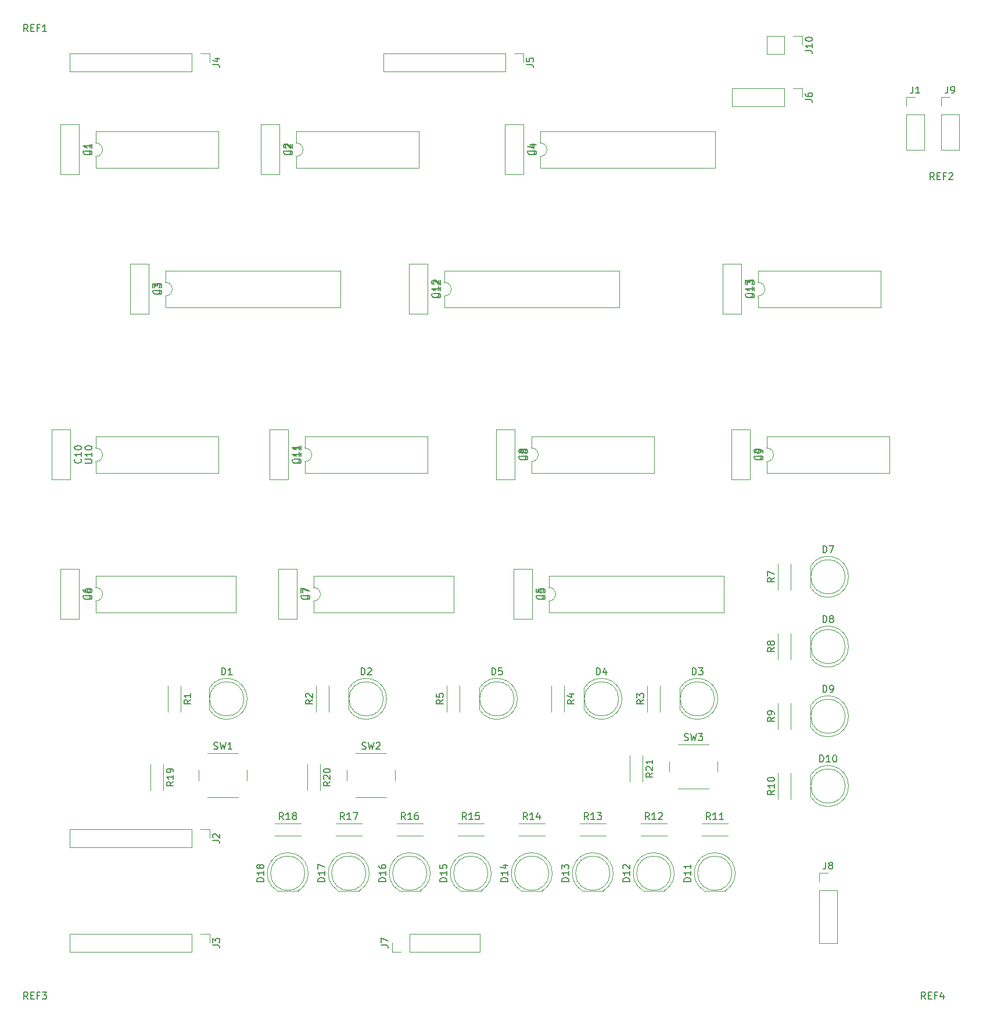
<source format=gbr>
%TF.GenerationSoftware,KiCad,Pcbnew,5.1.6-c6e7f7d~87~ubuntu16.04.1*%
%TF.CreationDate,2022-03-08T12:54:40-05:00*%
%TF.ProjectId,riscyalu,72697363-7961-46c7-952e-6b696361645f,rev?*%
%TF.SameCoordinates,Original*%
%TF.FileFunction,Legend,Top*%
%TF.FilePolarity,Positive*%
%FSLAX46Y46*%
G04 Gerber Fmt 4.6, Leading zero omitted, Abs format (unit mm)*
G04 Created by KiCad (PCBNEW 5.1.6-c6e7f7d~87~ubuntu16.04.1) date 2022-03-08 12:54:40*
%MOMM*%
%LPD*%
G01*
G04 APERTURE LIST*
%ADD10C,0.120000*%
%ADD11C,0.150000*%
G04 APERTURE END LIST*
D10*
%TO.C,J10*%
X125790000Y-11370000D02*
X125790000Y-12700000D01*
X124460000Y-11370000D02*
X125790000Y-11370000D01*
X123190000Y-11370000D02*
X123190000Y-14030000D01*
X123190000Y-14030000D02*
X120590000Y-14030000D01*
X123190000Y-11370000D02*
X120590000Y-11370000D01*
X120590000Y-11370000D02*
X120590000Y-14030000D01*
%TO.C,SW3*%
X113430000Y-118570000D02*
X113430000Y-117070000D01*
X112180000Y-114570000D02*
X107680000Y-114570000D01*
X106430000Y-117070000D02*
X106430000Y-118570000D01*
X107680000Y-121070000D02*
X112180000Y-121070000D01*
%TO.C,SW2*%
X66440000Y-119840000D02*
X66440000Y-118340000D01*
X65190000Y-115840000D02*
X60690000Y-115840000D01*
X59440000Y-118340000D02*
X59440000Y-119840000D01*
X60690000Y-122340000D02*
X65190000Y-122340000D01*
%TO.C,SW1*%
X44850000Y-119840000D02*
X44850000Y-118340000D01*
X43600000Y-115840000D02*
X39100000Y-115840000D01*
X37850000Y-118340000D02*
X37850000Y-119840000D01*
X39100000Y-122340000D02*
X43600000Y-122340000D01*
%TO.C,R21*%
X100680000Y-116190000D02*
X100680000Y-120030000D01*
X102520000Y-116190000D02*
X102520000Y-120030000D01*
%TO.C,R20*%
X53690000Y-117460000D02*
X53690000Y-121300000D01*
X55530000Y-117460000D02*
X55530000Y-121300000D01*
%TO.C,R19*%
X30830000Y-117460000D02*
X30830000Y-121300000D01*
X32670000Y-117460000D02*
X32670000Y-121300000D01*
%TO.C,J9*%
X145990000Y-28000000D02*
X148650000Y-28000000D01*
X145990000Y-22860000D02*
X145990000Y-28000000D01*
X148650000Y-22860000D02*
X148650000Y-28000000D01*
X145990000Y-22860000D02*
X148650000Y-22860000D01*
X145990000Y-21590000D02*
X145990000Y-20260000D01*
X145990000Y-20260000D02*
X147320000Y-20260000D01*
%TO.C,R18*%
X48880000Y-127920000D02*
X52720000Y-127920000D01*
X48880000Y-126080000D02*
X52720000Y-126080000D01*
%TO.C,R17*%
X57770000Y-127920000D02*
X61610000Y-127920000D01*
X57770000Y-126080000D02*
X61610000Y-126080000D01*
%TO.C,R16*%
X66660000Y-127920000D02*
X70500000Y-127920000D01*
X66660000Y-126080000D02*
X70500000Y-126080000D01*
%TO.C,R15*%
X75550000Y-127920000D02*
X79390000Y-127920000D01*
X75550000Y-126080000D02*
X79390000Y-126080000D01*
%TO.C,R14*%
X84440000Y-127920000D02*
X88280000Y-127920000D01*
X84440000Y-126080000D02*
X88280000Y-126080000D01*
%TO.C,R13*%
X93330000Y-127920000D02*
X97170000Y-127920000D01*
X93330000Y-126080000D02*
X97170000Y-126080000D01*
%TO.C,R12*%
X102220000Y-127920000D02*
X106060000Y-127920000D01*
X102220000Y-126080000D02*
X106060000Y-126080000D01*
%TO.C,R11*%
X111110000Y-127920000D02*
X114950000Y-127920000D01*
X111110000Y-126080000D02*
X114950000Y-126080000D01*
%TO.C,D18*%
X49255000Y-135910000D02*
X52345000Y-135910000D01*
X53300000Y-133350000D02*
G75*
G03*
X53300000Y-133350000I-2500000J0D01*
G01*
X50799538Y-130360000D02*
G75*
G02*
X52344830Y-135910000I462J-2990000D01*
G01*
X50800462Y-130360000D02*
G75*
G03*
X49255170Y-135910000I-462J-2990000D01*
G01*
%TO.C,D17*%
X58145000Y-135910000D02*
X61235000Y-135910000D01*
X62190000Y-133350000D02*
G75*
G03*
X62190000Y-133350000I-2500000J0D01*
G01*
X59689538Y-130360000D02*
G75*
G02*
X61234830Y-135910000I462J-2990000D01*
G01*
X59690462Y-130360000D02*
G75*
G03*
X58145170Y-135910000I-462J-2990000D01*
G01*
%TO.C,D16*%
X67035000Y-135910000D02*
X70125000Y-135910000D01*
X71080000Y-133350000D02*
G75*
G03*
X71080000Y-133350000I-2500000J0D01*
G01*
X68579538Y-130360000D02*
G75*
G02*
X70124830Y-135910000I462J-2990000D01*
G01*
X68580462Y-130360000D02*
G75*
G03*
X67035170Y-135910000I-462J-2990000D01*
G01*
%TO.C,D15*%
X75925000Y-135910000D02*
X79015000Y-135910000D01*
X79970000Y-133350000D02*
G75*
G03*
X79970000Y-133350000I-2500000J0D01*
G01*
X77469538Y-130360000D02*
G75*
G02*
X79014830Y-135910000I462J-2990000D01*
G01*
X77470462Y-130360000D02*
G75*
G03*
X75925170Y-135910000I-462J-2990000D01*
G01*
%TO.C,D14*%
X84815000Y-135910000D02*
X87905000Y-135910000D01*
X88860000Y-133350000D02*
G75*
G03*
X88860000Y-133350000I-2500000J0D01*
G01*
X86359538Y-130360000D02*
G75*
G02*
X87904830Y-135910000I462J-2990000D01*
G01*
X86360462Y-130360000D02*
G75*
G03*
X84815170Y-135910000I-462J-2990000D01*
G01*
%TO.C,D13*%
X93705000Y-135910000D02*
X96795000Y-135910000D01*
X97750000Y-133350000D02*
G75*
G03*
X97750000Y-133350000I-2500000J0D01*
G01*
X95249538Y-130360000D02*
G75*
G02*
X96794830Y-135910000I462J-2990000D01*
G01*
X95250462Y-130360000D02*
G75*
G03*
X93705170Y-135910000I-462J-2990000D01*
G01*
%TO.C,D12*%
X102595000Y-135910000D02*
X105685000Y-135910000D01*
X106640000Y-133350000D02*
G75*
G03*
X106640000Y-133350000I-2500000J0D01*
G01*
X104139538Y-130360000D02*
G75*
G02*
X105684830Y-135910000I462J-2990000D01*
G01*
X104140462Y-130360000D02*
G75*
G03*
X102595170Y-135910000I-462J-2990000D01*
G01*
%TO.C,D11*%
X111485000Y-135910000D02*
X114575000Y-135910000D01*
X115530000Y-133350000D02*
G75*
G03*
X115530000Y-133350000I-2500000J0D01*
G01*
X113029538Y-130360000D02*
G75*
G02*
X114574830Y-135910000I462J-2990000D01*
G01*
X113030462Y-130360000D02*
G75*
G03*
X111485170Y-135910000I-462J-2990000D01*
G01*
%TO.C,U13*%
X119320000Y-45610000D02*
X119320000Y-47260000D01*
X137220000Y-45610000D02*
X119320000Y-45610000D01*
X137220000Y-50910000D02*
X137220000Y-45610000D01*
X119320000Y-50910000D02*
X137220000Y-50910000D01*
X119320000Y-49260000D02*
X119320000Y-50910000D01*
X119320000Y-47260000D02*
G75*
G02*
X119320000Y-49260000I0J-1000000D01*
G01*
%TO.C,U12*%
X73600000Y-45610000D02*
X73600000Y-47260000D01*
X99120000Y-45610000D02*
X73600000Y-45610000D01*
X99120000Y-50910000D02*
X99120000Y-45610000D01*
X73600000Y-50910000D02*
X99120000Y-50910000D01*
X73600000Y-49260000D02*
X73600000Y-50910000D01*
X73600000Y-47260000D02*
G75*
G02*
X73600000Y-49260000I0J-1000000D01*
G01*
%TO.C,U11*%
X53280000Y-69740000D02*
X53280000Y-71390000D01*
X71180000Y-69740000D02*
X53280000Y-69740000D01*
X71180000Y-75040000D02*
X71180000Y-69740000D01*
X53280000Y-75040000D02*
X71180000Y-75040000D01*
X53280000Y-73390000D02*
X53280000Y-75040000D01*
X53280000Y-71390000D02*
G75*
G02*
X53280000Y-73390000I0J-1000000D01*
G01*
%TO.C,U10*%
X22800000Y-69740000D02*
X22800000Y-71390000D01*
X40700000Y-69740000D02*
X22800000Y-69740000D01*
X40700000Y-75040000D02*
X40700000Y-69740000D01*
X22800000Y-75040000D02*
X40700000Y-75040000D01*
X22800000Y-73390000D02*
X22800000Y-75040000D01*
X22800000Y-71390000D02*
G75*
G02*
X22800000Y-73390000I0J-1000000D01*
G01*
%TO.C,U9*%
X120590000Y-69740000D02*
X120590000Y-71390000D01*
X138490000Y-69740000D02*
X120590000Y-69740000D01*
X138490000Y-75040000D02*
X138490000Y-69740000D01*
X120590000Y-75040000D02*
X138490000Y-75040000D01*
X120590000Y-73390000D02*
X120590000Y-75040000D01*
X120590000Y-71390000D02*
G75*
G02*
X120590000Y-73390000I0J-1000000D01*
G01*
%TO.C,U8*%
X86300000Y-69740000D02*
X86300000Y-71390000D01*
X104200000Y-69740000D02*
X86300000Y-69740000D01*
X104200000Y-75040000D02*
X104200000Y-69740000D01*
X86300000Y-75040000D02*
X104200000Y-75040000D01*
X86300000Y-73390000D02*
X86300000Y-75040000D01*
X86300000Y-71390000D02*
G75*
G02*
X86300000Y-73390000I0J-1000000D01*
G01*
%TO.C,U7*%
X54550000Y-90060000D02*
X54550000Y-91710000D01*
X74990000Y-90060000D02*
X54550000Y-90060000D01*
X74990000Y-95360000D02*
X74990000Y-90060000D01*
X54550000Y-95360000D02*
X74990000Y-95360000D01*
X54550000Y-93710000D02*
X54550000Y-95360000D01*
X54550000Y-91710000D02*
G75*
G02*
X54550000Y-93710000I0J-1000000D01*
G01*
%TO.C,U6*%
X22800000Y-90060000D02*
X22800000Y-91710000D01*
X43240000Y-90060000D02*
X22800000Y-90060000D01*
X43240000Y-95360000D02*
X43240000Y-90060000D01*
X22800000Y-95360000D02*
X43240000Y-95360000D01*
X22800000Y-93710000D02*
X22800000Y-95360000D01*
X22800000Y-91710000D02*
G75*
G02*
X22800000Y-93710000I0J-1000000D01*
G01*
%TO.C,U5*%
X88840000Y-90060000D02*
X88840000Y-91710000D01*
X114360000Y-90060000D02*
X88840000Y-90060000D01*
X114360000Y-95360000D02*
X114360000Y-90060000D01*
X88840000Y-95360000D02*
X114360000Y-95360000D01*
X88840000Y-93710000D02*
X88840000Y-95360000D01*
X88840000Y-91710000D02*
G75*
G02*
X88840000Y-93710000I0J-1000000D01*
G01*
%TO.C,U4*%
X87570000Y-25290000D02*
X87570000Y-26940000D01*
X113090000Y-25290000D02*
X87570000Y-25290000D01*
X113090000Y-30590000D02*
X113090000Y-25290000D01*
X87570000Y-30590000D02*
X113090000Y-30590000D01*
X87570000Y-28940000D02*
X87570000Y-30590000D01*
X87570000Y-26940000D02*
G75*
G02*
X87570000Y-28940000I0J-1000000D01*
G01*
%TO.C,U3*%
X32960000Y-45610000D02*
X32960000Y-47260000D01*
X58480000Y-45610000D02*
X32960000Y-45610000D01*
X58480000Y-50910000D02*
X58480000Y-45610000D01*
X32960000Y-50910000D02*
X58480000Y-50910000D01*
X32960000Y-49260000D02*
X32960000Y-50910000D01*
X32960000Y-47260000D02*
G75*
G02*
X32960000Y-49260000I0J-1000000D01*
G01*
%TO.C,U2*%
X52010000Y-25290000D02*
X52010000Y-26940000D01*
X69910000Y-25290000D02*
X52010000Y-25290000D01*
X69910000Y-30590000D02*
X69910000Y-25290000D01*
X52010000Y-30590000D02*
X69910000Y-30590000D01*
X52010000Y-28940000D02*
X52010000Y-30590000D01*
X52010000Y-26940000D02*
G75*
G02*
X52010000Y-28940000I0J-1000000D01*
G01*
%TO.C,U1*%
X22800000Y-25290000D02*
X22800000Y-26940000D01*
X40700000Y-25290000D02*
X22800000Y-25290000D01*
X40700000Y-30590000D02*
X40700000Y-25290000D01*
X22800000Y-30590000D02*
X40700000Y-30590000D01*
X22800000Y-28940000D02*
X22800000Y-30590000D01*
X22800000Y-26940000D02*
G75*
G02*
X22800000Y-28940000I0J-1000000D01*
G01*
%TO.C,R10*%
X124110000Y-122570000D02*
X124110000Y-118730000D01*
X122270000Y-122570000D02*
X122270000Y-118730000D01*
%TO.C,R9*%
X124110000Y-112410000D02*
X124110000Y-108570000D01*
X122270000Y-112410000D02*
X122270000Y-108570000D01*
%TO.C,R8*%
X124110000Y-102250000D02*
X124110000Y-98410000D01*
X122270000Y-102250000D02*
X122270000Y-98410000D01*
%TO.C,R7*%
X124110000Y-92090000D02*
X124110000Y-88250000D01*
X122270000Y-92090000D02*
X122270000Y-88250000D01*
%TO.C,R5*%
X75850000Y-109870000D02*
X75850000Y-106030000D01*
X74010000Y-109870000D02*
X74010000Y-106030000D01*
%TO.C,R4*%
X89250000Y-106030000D02*
X89250000Y-109870000D01*
X91090000Y-106030000D02*
X91090000Y-109870000D01*
%TO.C,R3*%
X105060000Y-109870000D02*
X105060000Y-106030000D01*
X103220000Y-109870000D02*
X103220000Y-106030000D01*
%TO.C,R2*%
X56800000Y-109870000D02*
X56800000Y-106030000D01*
X54960000Y-109870000D02*
X54960000Y-106030000D01*
%TO.C,R1*%
X33370000Y-106030000D02*
X33370000Y-109870000D01*
X35210000Y-106030000D02*
X35210000Y-109870000D01*
%TO.C,J8*%
X128210000Y-133290000D02*
X129540000Y-133290000D01*
X128210000Y-134620000D02*
X128210000Y-133290000D01*
X128210000Y-135890000D02*
X130870000Y-135890000D01*
X130870000Y-135890000D02*
X130870000Y-143570000D01*
X128210000Y-135890000D02*
X128210000Y-143570000D01*
X128210000Y-143570000D02*
X130870000Y-143570000D01*
%TO.C,J7*%
X65980000Y-144840000D02*
X65980000Y-143510000D01*
X67310000Y-144840000D02*
X65980000Y-144840000D01*
X68580000Y-144840000D02*
X68580000Y-142180000D01*
X68580000Y-142180000D02*
X78800000Y-142180000D01*
X68580000Y-144840000D02*
X78800000Y-144840000D01*
X78800000Y-144840000D02*
X78800000Y-142180000D01*
%TO.C,J6*%
X125790000Y-18990000D02*
X125790000Y-20320000D01*
X124460000Y-18990000D02*
X125790000Y-18990000D01*
X123190000Y-18990000D02*
X123190000Y-21650000D01*
X123190000Y-21650000D02*
X115510000Y-21650000D01*
X123190000Y-18990000D02*
X115510000Y-18990000D01*
X115510000Y-18990000D02*
X115510000Y-21650000D01*
%TO.C,J5*%
X85150000Y-13910000D02*
X85150000Y-15240000D01*
X83820000Y-13910000D02*
X85150000Y-13910000D01*
X82550000Y-13910000D02*
X82550000Y-16570000D01*
X82550000Y-16570000D02*
X64710000Y-16570000D01*
X82550000Y-13910000D02*
X64710000Y-13910000D01*
X64710000Y-13910000D02*
X64710000Y-16570000D01*
%TO.C,J4*%
X39430000Y-13910000D02*
X39430000Y-15240000D01*
X38100000Y-13910000D02*
X39430000Y-13910000D01*
X36830000Y-13910000D02*
X36830000Y-16570000D01*
X36830000Y-16570000D02*
X18990000Y-16570000D01*
X36830000Y-13910000D02*
X18990000Y-13910000D01*
X18990000Y-13910000D02*
X18990000Y-16570000D01*
%TO.C,J3*%
X39430000Y-142180000D02*
X39430000Y-143510000D01*
X38100000Y-142180000D02*
X39430000Y-142180000D01*
X36830000Y-142180000D02*
X36830000Y-144840000D01*
X36830000Y-144840000D02*
X18990000Y-144840000D01*
X36830000Y-142180000D02*
X18990000Y-142180000D01*
X18990000Y-142180000D02*
X18990000Y-144840000D01*
%TO.C,J2*%
X39430000Y-126940000D02*
X39430000Y-128270000D01*
X38100000Y-126940000D02*
X39430000Y-126940000D01*
X36830000Y-126940000D02*
X36830000Y-129600000D01*
X36830000Y-129600000D02*
X18990000Y-129600000D01*
X36830000Y-126940000D02*
X18990000Y-126940000D01*
X18990000Y-126940000D02*
X18990000Y-129600000D01*
%TO.C,J1*%
X140910000Y-20260000D02*
X142240000Y-20260000D01*
X140910000Y-21590000D02*
X140910000Y-20260000D01*
X140910000Y-22860000D02*
X143570000Y-22860000D01*
X143570000Y-22860000D02*
X143570000Y-28000000D01*
X140910000Y-22860000D02*
X140910000Y-28000000D01*
X140910000Y-28000000D02*
X143570000Y-28000000D01*
%TO.C,D10*%
X126980000Y-119105000D02*
X126980000Y-122195000D01*
X132040000Y-120650000D02*
G75*
G03*
X132040000Y-120650000I-2500000J0D01*
G01*
X132530000Y-120649538D02*
G75*
G02*
X126980000Y-122194830I-2990000J-462D01*
G01*
X132530000Y-120650462D02*
G75*
G03*
X126980000Y-119105170I-2990000J462D01*
G01*
%TO.C,D9*%
X126980000Y-108945000D02*
X126980000Y-112035000D01*
X132040000Y-110490000D02*
G75*
G03*
X132040000Y-110490000I-2500000J0D01*
G01*
X132530000Y-110489538D02*
G75*
G02*
X126980000Y-112034830I-2990000J-462D01*
G01*
X132530000Y-110490462D02*
G75*
G03*
X126980000Y-108945170I-2990000J462D01*
G01*
%TO.C,D8*%
X126980000Y-98785000D02*
X126980000Y-101875000D01*
X132040000Y-100330000D02*
G75*
G03*
X132040000Y-100330000I-2500000J0D01*
G01*
X132530000Y-100329538D02*
G75*
G02*
X126980000Y-101874830I-2990000J-462D01*
G01*
X132530000Y-100330462D02*
G75*
G03*
X126980000Y-98785170I-2990000J462D01*
G01*
%TO.C,D7*%
X126980000Y-88625000D02*
X126980000Y-91715000D01*
X132040000Y-90170000D02*
G75*
G03*
X132040000Y-90170000I-2500000J0D01*
G01*
X132530000Y-90169538D02*
G75*
G02*
X126980000Y-91714830I-2990000J-462D01*
G01*
X132530000Y-90170462D02*
G75*
G03*
X126980000Y-88625170I-2990000J462D01*
G01*
%TO.C,D5*%
X78720000Y-106405000D02*
X78720000Y-109495000D01*
X83780000Y-107950000D02*
G75*
G03*
X83780000Y-107950000I-2500000J0D01*
G01*
X84270000Y-107949538D02*
G75*
G02*
X78720000Y-109494830I-2990000J-462D01*
G01*
X84270000Y-107950462D02*
G75*
G03*
X78720000Y-106405170I-2990000J462D01*
G01*
%TO.C,D4*%
X93960000Y-106405000D02*
X93960000Y-109495000D01*
X99020000Y-107950000D02*
G75*
G03*
X99020000Y-107950000I-2500000J0D01*
G01*
X99510000Y-107949538D02*
G75*
G02*
X93960000Y-109494830I-2990000J-462D01*
G01*
X99510000Y-107950462D02*
G75*
G03*
X93960000Y-106405170I-2990000J462D01*
G01*
%TO.C,D3*%
X107930000Y-106405000D02*
X107930000Y-109495000D01*
X112990000Y-107950000D02*
G75*
G03*
X112990000Y-107950000I-2500000J0D01*
G01*
X113480000Y-107949538D02*
G75*
G02*
X107930000Y-109494830I-2990000J-462D01*
G01*
X113480000Y-107950462D02*
G75*
G03*
X107930000Y-106405170I-2990000J462D01*
G01*
%TO.C,D2*%
X59670000Y-106405000D02*
X59670000Y-109495000D01*
X64730000Y-107950000D02*
G75*
G03*
X64730000Y-107950000I-2500000J0D01*
G01*
X65220000Y-107949538D02*
G75*
G02*
X59670000Y-109494830I-2990000J-462D01*
G01*
X65220000Y-107950462D02*
G75*
G03*
X59670000Y-106405170I-2990000J462D01*
G01*
%TO.C,D1*%
X39350000Y-106405000D02*
X39350000Y-109495000D01*
X44410000Y-107950000D02*
G75*
G03*
X44410000Y-107950000I-2500000J0D01*
G01*
X44900000Y-107949538D02*
G75*
G02*
X39350000Y-109494830I-2990000J-462D01*
G01*
X44900000Y-107950462D02*
G75*
G03*
X39350000Y-106405170I-2990000J462D01*
G01*
%TO.C,C13*%
X116940000Y-51840000D02*
X114200000Y-51840000D01*
X116940000Y-44600000D02*
X114200000Y-44600000D01*
X114200000Y-44600000D02*
X114200000Y-51840000D01*
X116940000Y-44600000D02*
X116940000Y-51840000D01*
%TO.C,C12*%
X71220000Y-51840000D02*
X68480000Y-51840000D01*
X71220000Y-44600000D02*
X68480000Y-44600000D01*
X68480000Y-44600000D02*
X68480000Y-51840000D01*
X71220000Y-44600000D02*
X71220000Y-51840000D01*
%TO.C,C11*%
X50900000Y-75970000D02*
X48160000Y-75970000D01*
X50900000Y-68730000D02*
X48160000Y-68730000D01*
X48160000Y-68730000D02*
X48160000Y-75970000D01*
X50900000Y-68730000D02*
X50900000Y-75970000D01*
%TO.C,C10*%
X19150000Y-75970000D02*
X16410000Y-75970000D01*
X19150000Y-68730000D02*
X16410000Y-68730000D01*
X16410000Y-68730000D02*
X16410000Y-75970000D01*
X19150000Y-68730000D02*
X19150000Y-75970000D01*
%TO.C,C9*%
X118210000Y-75970000D02*
X115470000Y-75970000D01*
X118210000Y-68730000D02*
X115470000Y-68730000D01*
X115470000Y-68730000D02*
X115470000Y-75970000D01*
X118210000Y-68730000D02*
X118210000Y-75970000D01*
%TO.C,C8*%
X83920000Y-75970000D02*
X81180000Y-75970000D01*
X83920000Y-68730000D02*
X81180000Y-68730000D01*
X81180000Y-68730000D02*
X81180000Y-75970000D01*
X83920000Y-68730000D02*
X83920000Y-75970000D01*
%TO.C,C7*%
X52170000Y-96290000D02*
X49430000Y-96290000D01*
X52170000Y-89050000D02*
X49430000Y-89050000D01*
X49430000Y-89050000D02*
X49430000Y-96290000D01*
X52170000Y-89050000D02*
X52170000Y-96290000D01*
%TO.C,C6*%
X20420000Y-96290000D02*
X17680000Y-96290000D01*
X20420000Y-89050000D02*
X17680000Y-89050000D01*
X17680000Y-89050000D02*
X17680000Y-96290000D01*
X20420000Y-89050000D02*
X20420000Y-96290000D01*
%TO.C,C5*%
X86460000Y-96290000D02*
X83720000Y-96290000D01*
X86460000Y-89050000D02*
X83720000Y-89050000D01*
X83720000Y-89050000D02*
X83720000Y-96290000D01*
X86460000Y-89050000D02*
X86460000Y-96290000D01*
%TO.C,C4*%
X85190000Y-31520000D02*
X82450000Y-31520000D01*
X85190000Y-24280000D02*
X82450000Y-24280000D01*
X82450000Y-24280000D02*
X82450000Y-31520000D01*
X85190000Y-24280000D02*
X85190000Y-31520000D01*
%TO.C,C3*%
X30580000Y-51840000D02*
X27840000Y-51840000D01*
X30580000Y-44600000D02*
X27840000Y-44600000D01*
X27840000Y-44600000D02*
X27840000Y-51840000D01*
X30580000Y-44600000D02*
X30580000Y-51840000D01*
%TO.C,C2*%
X49630000Y-31520000D02*
X46890000Y-31520000D01*
X49630000Y-24280000D02*
X46890000Y-24280000D01*
X46890000Y-24280000D02*
X46890000Y-31520000D01*
X49630000Y-24280000D02*
X49630000Y-31520000D01*
%TO.C,C1*%
X20420000Y-31520000D02*
X17680000Y-31520000D01*
X20420000Y-24280000D02*
X17680000Y-24280000D01*
X17680000Y-24280000D02*
X17680000Y-31520000D01*
X20420000Y-24280000D02*
X20420000Y-31520000D01*
%TO.C,J10*%
D11*
X126242380Y-13509523D02*
X126956666Y-13509523D01*
X127099523Y-13557142D01*
X127194761Y-13652380D01*
X127242380Y-13795238D01*
X127242380Y-13890476D01*
X127242380Y-12509523D02*
X127242380Y-13080952D01*
X127242380Y-12795238D02*
X126242380Y-12795238D01*
X126385238Y-12890476D01*
X126480476Y-12985714D01*
X126528095Y-13080952D01*
X126242380Y-11890476D02*
X126242380Y-11795238D01*
X126290000Y-11700000D01*
X126337619Y-11652380D01*
X126432857Y-11604761D01*
X126623333Y-11557142D01*
X126861428Y-11557142D01*
X127051904Y-11604761D01*
X127147142Y-11652380D01*
X127194761Y-11700000D01*
X127242380Y-11795238D01*
X127242380Y-11890476D01*
X127194761Y-11985714D01*
X127147142Y-12033333D01*
X127051904Y-12080952D01*
X126861428Y-12128571D01*
X126623333Y-12128571D01*
X126432857Y-12080952D01*
X126337619Y-12033333D01*
X126290000Y-11985714D01*
X126242380Y-11890476D01*
%TO.C,REF3*%
X12922380Y-151692380D02*
X12589047Y-151216190D01*
X12350952Y-151692380D02*
X12350952Y-150692380D01*
X12731904Y-150692380D01*
X12827142Y-150740000D01*
X12874761Y-150787619D01*
X12922380Y-150882857D01*
X12922380Y-151025714D01*
X12874761Y-151120952D01*
X12827142Y-151168571D01*
X12731904Y-151216190D01*
X12350952Y-151216190D01*
X13350952Y-151168571D02*
X13684285Y-151168571D01*
X13827142Y-151692380D02*
X13350952Y-151692380D01*
X13350952Y-150692380D01*
X13827142Y-150692380D01*
X14589047Y-151168571D02*
X14255714Y-151168571D01*
X14255714Y-151692380D02*
X14255714Y-150692380D01*
X14731904Y-150692380D01*
X15017619Y-150692380D02*
X15636666Y-150692380D01*
X15303333Y-151073333D01*
X15446190Y-151073333D01*
X15541428Y-151120952D01*
X15589047Y-151168571D01*
X15636666Y-151263809D01*
X15636666Y-151501904D01*
X15589047Y-151597142D01*
X15541428Y-151644761D01*
X15446190Y-151692380D01*
X15160476Y-151692380D01*
X15065238Y-151644761D01*
X15017619Y-151597142D01*
%TO.C,REF4*%
X143732380Y-151692380D02*
X143399047Y-151216190D01*
X143160952Y-151692380D02*
X143160952Y-150692380D01*
X143541904Y-150692380D01*
X143637142Y-150740000D01*
X143684761Y-150787619D01*
X143732380Y-150882857D01*
X143732380Y-151025714D01*
X143684761Y-151120952D01*
X143637142Y-151168571D01*
X143541904Y-151216190D01*
X143160952Y-151216190D01*
X144160952Y-151168571D02*
X144494285Y-151168571D01*
X144637142Y-151692380D02*
X144160952Y-151692380D01*
X144160952Y-150692380D01*
X144637142Y-150692380D01*
X145399047Y-151168571D02*
X145065714Y-151168571D01*
X145065714Y-151692380D02*
X145065714Y-150692380D01*
X145541904Y-150692380D01*
X146351428Y-151025714D02*
X146351428Y-151692380D01*
X146113333Y-150644761D02*
X145875238Y-151359047D01*
X146494285Y-151359047D01*
%TO.C,REF2*%
X145002380Y-32312380D02*
X144669047Y-31836190D01*
X144430952Y-32312380D02*
X144430952Y-31312380D01*
X144811904Y-31312380D01*
X144907142Y-31360000D01*
X144954761Y-31407619D01*
X145002380Y-31502857D01*
X145002380Y-31645714D01*
X144954761Y-31740952D01*
X144907142Y-31788571D01*
X144811904Y-31836190D01*
X144430952Y-31836190D01*
X145430952Y-31788571D02*
X145764285Y-31788571D01*
X145907142Y-32312380D02*
X145430952Y-32312380D01*
X145430952Y-31312380D01*
X145907142Y-31312380D01*
X146669047Y-31788571D02*
X146335714Y-31788571D01*
X146335714Y-32312380D02*
X146335714Y-31312380D01*
X146811904Y-31312380D01*
X147145238Y-31407619D02*
X147192857Y-31360000D01*
X147288095Y-31312380D01*
X147526190Y-31312380D01*
X147621428Y-31360000D01*
X147669047Y-31407619D01*
X147716666Y-31502857D01*
X147716666Y-31598095D01*
X147669047Y-31740952D01*
X147097619Y-32312380D01*
X147716666Y-32312380D01*
%TO.C,REF1*%
X12922380Y-10722380D02*
X12589047Y-10246190D01*
X12350952Y-10722380D02*
X12350952Y-9722380D01*
X12731904Y-9722380D01*
X12827142Y-9770000D01*
X12874761Y-9817619D01*
X12922380Y-9912857D01*
X12922380Y-10055714D01*
X12874761Y-10150952D01*
X12827142Y-10198571D01*
X12731904Y-10246190D01*
X12350952Y-10246190D01*
X13350952Y-10198571D02*
X13684285Y-10198571D01*
X13827142Y-10722380D02*
X13350952Y-10722380D01*
X13350952Y-9722380D01*
X13827142Y-9722380D01*
X14589047Y-10198571D02*
X14255714Y-10198571D01*
X14255714Y-10722380D02*
X14255714Y-9722380D01*
X14731904Y-9722380D01*
X15636666Y-10722380D02*
X15065238Y-10722380D01*
X15350952Y-10722380D02*
X15350952Y-9722380D01*
X15255714Y-9865238D01*
X15160476Y-9960476D01*
X15065238Y-10008095D01*
%TO.C,SW3*%
X108596666Y-113974761D02*
X108739523Y-114022380D01*
X108977619Y-114022380D01*
X109072857Y-113974761D01*
X109120476Y-113927142D01*
X109168095Y-113831904D01*
X109168095Y-113736666D01*
X109120476Y-113641428D01*
X109072857Y-113593809D01*
X108977619Y-113546190D01*
X108787142Y-113498571D01*
X108691904Y-113450952D01*
X108644285Y-113403333D01*
X108596666Y-113308095D01*
X108596666Y-113212857D01*
X108644285Y-113117619D01*
X108691904Y-113070000D01*
X108787142Y-113022380D01*
X109025238Y-113022380D01*
X109168095Y-113070000D01*
X109501428Y-113022380D02*
X109739523Y-114022380D01*
X109930000Y-113308095D01*
X110120476Y-114022380D01*
X110358571Y-113022380D01*
X110644285Y-113022380D02*
X111263333Y-113022380D01*
X110930000Y-113403333D01*
X111072857Y-113403333D01*
X111168095Y-113450952D01*
X111215714Y-113498571D01*
X111263333Y-113593809D01*
X111263333Y-113831904D01*
X111215714Y-113927142D01*
X111168095Y-113974761D01*
X111072857Y-114022380D01*
X110787142Y-114022380D01*
X110691904Y-113974761D01*
X110644285Y-113927142D01*
%TO.C,SW2*%
X61606666Y-115244761D02*
X61749523Y-115292380D01*
X61987619Y-115292380D01*
X62082857Y-115244761D01*
X62130476Y-115197142D01*
X62178095Y-115101904D01*
X62178095Y-115006666D01*
X62130476Y-114911428D01*
X62082857Y-114863809D01*
X61987619Y-114816190D01*
X61797142Y-114768571D01*
X61701904Y-114720952D01*
X61654285Y-114673333D01*
X61606666Y-114578095D01*
X61606666Y-114482857D01*
X61654285Y-114387619D01*
X61701904Y-114340000D01*
X61797142Y-114292380D01*
X62035238Y-114292380D01*
X62178095Y-114340000D01*
X62511428Y-114292380D02*
X62749523Y-115292380D01*
X62940000Y-114578095D01*
X63130476Y-115292380D01*
X63368571Y-114292380D01*
X63701904Y-114387619D02*
X63749523Y-114340000D01*
X63844761Y-114292380D01*
X64082857Y-114292380D01*
X64178095Y-114340000D01*
X64225714Y-114387619D01*
X64273333Y-114482857D01*
X64273333Y-114578095D01*
X64225714Y-114720952D01*
X63654285Y-115292380D01*
X64273333Y-115292380D01*
%TO.C,SW1*%
X40016666Y-115244761D02*
X40159523Y-115292380D01*
X40397619Y-115292380D01*
X40492857Y-115244761D01*
X40540476Y-115197142D01*
X40588095Y-115101904D01*
X40588095Y-115006666D01*
X40540476Y-114911428D01*
X40492857Y-114863809D01*
X40397619Y-114816190D01*
X40207142Y-114768571D01*
X40111904Y-114720952D01*
X40064285Y-114673333D01*
X40016666Y-114578095D01*
X40016666Y-114482857D01*
X40064285Y-114387619D01*
X40111904Y-114340000D01*
X40207142Y-114292380D01*
X40445238Y-114292380D01*
X40588095Y-114340000D01*
X40921428Y-114292380D02*
X41159523Y-115292380D01*
X41350000Y-114578095D01*
X41540476Y-115292380D01*
X41778571Y-114292380D01*
X42683333Y-115292380D02*
X42111904Y-115292380D01*
X42397619Y-115292380D02*
X42397619Y-114292380D01*
X42302380Y-114435238D01*
X42207142Y-114530476D01*
X42111904Y-114578095D01*
%TO.C,R21*%
X103972380Y-118752857D02*
X103496190Y-119086190D01*
X103972380Y-119324285D02*
X102972380Y-119324285D01*
X102972380Y-118943333D01*
X103020000Y-118848095D01*
X103067619Y-118800476D01*
X103162857Y-118752857D01*
X103305714Y-118752857D01*
X103400952Y-118800476D01*
X103448571Y-118848095D01*
X103496190Y-118943333D01*
X103496190Y-119324285D01*
X103067619Y-118371904D02*
X103020000Y-118324285D01*
X102972380Y-118229047D01*
X102972380Y-117990952D01*
X103020000Y-117895714D01*
X103067619Y-117848095D01*
X103162857Y-117800476D01*
X103258095Y-117800476D01*
X103400952Y-117848095D01*
X103972380Y-118419523D01*
X103972380Y-117800476D01*
X103972380Y-116848095D02*
X103972380Y-117419523D01*
X103972380Y-117133809D02*
X102972380Y-117133809D01*
X103115238Y-117229047D01*
X103210476Y-117324285D01*
X103258095Y-117419523D01*
%TO.C,R20*%
X56982380Y-120022857D02*
X56506190Y-120356190D01*
X56982380Y-120594285D02*
X55982380Y-120594285D01*
X55982380Y-120213333D01*
X56030000Y-120118095D01*
X56077619Y-120070476D01*
X56172857Y-120022857D01*
X56315714Y-120022857D01*
X56410952Y-120070476D01*
X56458571Y-120118095D01*
X56506190Y-120213333D01*
X56506190Y-120594285D01*
X56077619Y-119641904D02*
X56030000Y-119594285D01*
X55982380Y-119499047D01*
X55982380Y-119260952D01*
X56030000Y-119165714D01*
X56077619Y-119118095D01*
X56172857Y-119070476D01*
X56268095Y-119070476D01*
X56410952Y-119118095D01*
X56982380Y-119689523D01*
X56982380Y-119070476D01*
X55982380Y-118451428D02*
X55982380Y-118356190D01*
X56030000Y-118260952D01*
X56077619Y-118213333D01*
X56172857Y-118165714D01*
X56363333Y-118118095D01*
X56601428Y-118118095D01*
X56791904Y-118165714D01*
X56887142Y-118213333D01*
X56934761Y-118260952D01*
X56982380Y-118356190D01*
X56982380Y-118451428D01*
X56934761Y-118546666D01*
X56887142Y-118594285D01*
X56791904Y-118641904D01*
X56601428Y-118689523D01*
X56363333Y-118689523D01*
X56172857Y-118641904D01*
X56077619Y-118594285D01*
X56030000Y-118546666D01*
X55982380Y-118451428D01*
%TO.C,R19*%
X34122380Y-120022857D02*
X33646190Y-120356190D01*
X34122380Y-120594285D02*
X33122380Y-120594285D01*
X33122380Y-120213333D01*
X33170000Y-120118095D01*
X33217619Y-120070476D01*
X33312857Y-120022857D01*
X33455714Y-120022857D01*
X33550952Y-120070476D01*
X33598571Y-120118095D01*
X33646190Y-120213333D01*
X33646190Y-120594285D01*
X34122380Y-119070476D02*
X34122380Y-119641904D01*
X34122380Y-119356190D02*
X33122380Y-119356190D01*
X33265238Y-119451428D01*
X33360476Y-119546666D01*
X33408095Y-119641904D01*
X34122380Y-118594285D02*
X34122380Y-118403809D01*
X34074761Y-118308571D01*
X34027142Y-118260952D01*
X33884285Y-118165714D01*
X33693809Y-118118095D01*
X33312857Y-118118095D01*
X33217619Y-118165714D01*
X33170000Y-118213333D01*
X33122380Y-118308571D01*
X33122380Y-118499047D01*
X33170000Y-118594285D01*
X33217619Y-118641904D01*
X33312857Y-118689523D01*
X33550952Y-118689523D01*
X33646190Y-118641904D01*
X33693809Y-118594285D01*
X33741428Y-118499047D01*
X33741428Y-118308571D01*
X33693809Y-118213333D01*
X33646190Y-118165714D01*
X33550952Y-118118095D01*
%TO.C,J9*%
X146986666Y-18712380D02*
X146986666Y-19426666D01*
X146939047Y-19569523D01*
X146843809Y-19664761D01*
X146700952Y-19712380D01*
X146605714Y-19712380D01*
X147510476Y-19712380D02*
X147700952Y-19712380D01*
X147796190Y-19664761D01*
X147843809Y-19617142D01*
X147939047Y-19474285D01*
X147986666Y-19283809D01*
X147986666Y-18902857D01*
X147939047Y-18807619D01*
X147891428Y-18760000D01*
X147796190Y-18712380D01*
X147605714Y-18712380D01*
X147510476Y-18760000D01*
X147462857Y-18807619D01*
X147415238Y-18902857D01*
X147415238Y-19140952D01*
X147462857Y-19236190D01*
X147510476Y-19283809D01*
X147605714Y-19331428D01*
X147796190Y-19331428D01*
X147891428Y-19283809D01*
X147939047Y-19236190D01*
X147986666Y-19140952D01*
%TO.C,R18*%
X50157142Y-125532380D02*
X49823809Y-125056190D01*
X49585714Y-125532380D02*
X49585714Y-124532380D01*
X49966666Y-124532380D01*
X50061904Y-124580000D01*
X50109523Y-124627619D01*
X50157142Y-124722857D01*
X50157142Y-124865714D01*
X50109523Y-124960952D01*
X50061904Y-125008571D01*
X49966666Y-125056190D01*
X49585714Y-125056190D01*
X51109523Y-125532380D02*
X50538095Y-125532380D01*
X50823809Y-125532380D02*
X50823809Y-124532380D01*
X50728571Y-124675238D01*
X50633333Y-124770476D01*
X50538095Y-124818095D01*
X51680952Y-124960952D02*
X51585714Y-124913333D01*
X51538095Y-124865714D01*
X51490476Y-124770476D01*
X51490476Y-124722857D01*
X51538095Y-124627619D01*
X51585714Y-124580000D01*
X51680952Y-124532380D01*
X51871428Y-124532380D01*
X51966666Y-124580000D01*
X52014285Y-124627619D01*
X52061904Y-124722857D01*
X52061904Y-124770476D01*
X52014285Y-124865714D01*
X51966666Y-124913333D01*
X51871428Y-124960952D01*
X51680952Y-124960952D01*
X51585714Y-125008571D01*
X51538095Y-125056190D01*
X51490476Y-125151428D01*
X51490476Y-125341904D01*
X51538095Y-125437142D01*
X51585714Y-125484761D01*
X51680952Y-125532380D01*
X51871428Y-125532380D01*
X51966666Y-125484761D01*
X52014285Y-125437142D01*
X52061904Y-125341904D01*
X52061904Y-125151428D01*
X52014285Y-125056190D01*
X51966666Y-125008571D01*
X51871428Y-124960952D01*
%TO.C,R17*%
X59047142Y-125532380D02*
X58713809Y-125056190D01*
X58475714Y-125532380D02*
X58475714Y-124532380D01*
X58856666Y-124532380D01*
X58951904Y-124580000D01*
X58999523Y-124627619D01*
X59047142Y-124722857D01*
X59047142Y-124865714D01*
X58999523Y-124960952D01*
X58951904Y-125008571D01*
X58856666Y-125056190D01*
X58475714Y-125056190D01*
X59999523Y-125532380D02*
X59428095Y-125532380D01*
X59713809Y-125532380D02*
X59713809Y-124532380D01*
X59618571Y-124675238D01*
X59523333Y-124770476D01*
X59428095Y-124818095D01*
X60332857Y-124532380D02*
X60999523Y-124532380D01*
X60570952Y-125532380D01*
%TO.C,R16*%
X67937142Y-125532380D02*
X67603809Y-125056190D01*
X67365714Y-125532380D02*
X67365714Y-124532380D01*
X67746666Y-124532380D01*
X67841904Y-124580000D01*
X67889523Y-124627619D01*
X67937142Y-124722857D01*
X67937142Y-124865714D01*
X67889523Y-124960952D01*
X67841904Y-125008571D01*
X67746666Y-125056190D01*
X67365714Y-125056190D01*
X68889523Y-125532380D02*
X68318095Y-125532380D01*
X68603809Y-125532380D02*
X68603809Y-124532380D01*
X68508571Y-124675238D01*
X68413333Y-124770476D01*
X68318095Y-124818095D01*
X69746666Y-124532380D02*
X69556190Y-124532380D01*
X69460952Y-124580000D01*
X69413333Y-124627619D01*
X69318095Y-124770476D01*
X69270476Y-124960952D01*
X69270476Y-125341904D01*
X69318095Y-125437142D01*
X69365714Y-125484761D01*
X69460952Y-125532380D01*
X69651428Y-125532380D01*
X69746666Y-125484761D01*
X69794285Y-125437142D01*
X69841904Y-125341904D01*
X69841904Y-125103809D01*
X69794285Y-125008571D01*
X69746666Y-124960952D01*
X69651428Y-124913333D01*
X69460952Y-124913333D01*
X69365714Y-124960952D01*
X69318095Y-125008571D01*
X69270476Y-125103809D01*
%TO.C,R15*%
X76827142Y-125532380D02*
X76493809Y-125056190D01*
X76255714Y-125532380D02*
X76255714Y-124532380D01*
X76636666Y-124532380D01*
X76731904Y-124580000D01*
X76779523Y-124627619D01*
X76827142Y-124722857D01*
X76827142Y-124865714D01*
X76779523Y-124960952D01*
X76731904Y-125008571D01*
X76636666Y-125056190D01*
X76255714Y-125056190D01*
X77779523Y-125532380D02*
X77208095Y-125532380D01*
X77493809Y-125532380D02*
X77493809Y-124532380D01*
X77398571Y-124675238D01*
X77303333Y-124770476D01*
X77208095Y-124818095D01*
X78684285Y-124532380D02*
X78208095Y-124532380D01*
X78160476Y-125008571D01*
X78208095Y-124960952D01*
X78303333Y-124913333D01*
X78541428Y-124913333D01*
X78636666Y-124960952D01*
X78684285Y-125008571D01*
X78731904Y-125103809D01*
X78731904Y-125341904D01*
X78684285Y-125437142D01*
X78636666Y-125484761D01*
X78541428Y-125532380D01*
X78303333Y-125532380D01*
X78208095Y-125484761D01*
X78160476Y-125437142D01*
%TO.C,R14*%
X85717142Y-125532380D02*
X85383809Y-125056190D01*
X85145714Y-125532380D02*
X85145714Y-124532380D01*
X85526666Y-124532380D01*
X85621904Y-124580000D01*
X85669523Y-124627619D01*
X85717142Y-124722857D01*
X85717142Y-124865714D01*
X85669523Y-124960952D01*
X85621904Y-125008571D01*
X85526666Y-125056190D01*
X85145714Y-125056190D01*
X86669523Y-125532380D02*
X86098095Y-125532380D01*
X86383809Y-125532380D02*
X86383809Y-124532380D01*
X86288571Y-124675238D01*
X86193333Y-124770476D01*
X86098095Y-124818095D01*
X87526666Y-124865714D02*
X87526666Y-125532380D01*
X87288571Y-124484761D02*
X87050476Y-125199047D01*
X87669523Y-125199047D01*
%TO.C,R13*%
X94607142Y-125532380D02*
X94273809Y-125056190D01*
X94035714Y-125532380D02*
X94035714Y-124532380D01*
X94416666Y-124532380D01*
X94511904Y-124580000D01*
X94559523Y-124627619D01*
X94607142Y-124722857D01*
X94607142Y-124865714D01*
X94559523Y-124960952D01*
X94511904Y-125008571D01*
X94416666Y-125056190D01*
X94035714Y-125056190D01*
X95559523Y-125532380D02*
X94988095Y-125532380D01*
X95273809Y-125532380D02*
X95273809Y-124532380D01*
X95178571Y-124675238D01*
X95083333Y-124770476D01*
X94988095Y-124818095D01*
X95892857Y-124532380D02*
X96511904Y-124532380D01*
X96178571Y-124913333D01*
X96321428Y-124913333D01*
X96416666Y-124960952D01*
X96464285Y-125008571D01*
X96511904Y-125103809D01*
X96511904Y-125341904D01*
X96464285Y-125437142D01*
X96416666Y-125484761D01*
X96321428Y-125532380D01*
X96035714Y-125532380D01*
X95940476Y-125484761D01*
X95892857Y-125437142D01*
%TO.C,R12*%
X103497142Y-125532380D02*
X103163809Y-125056190D01*
X102925714Y-125532380D02*
X102925714Y-124532380D01*
X103306666Y-124532380D01*
X103401904Y-124580000D01*
X103449523Y-124627619D01*
X103497142Y-124722857D01*
X103497142Y-124865714D01*
X103449523Y-124960952D01*
X103401904Y-125008571D01*
X103306666Y-125056190D01*
X102925714Y-125056190D01*
X104449523Y-125532380D02*
X103878095Y-125532380D01*
X104163809Y-125532380D02*
X104163809Y-124532380D01*
X104068571Y-124675238D01*
X103973333Y-124770476D01*
X103878095Y-124818095D01*
X104830476Y-124627619D02*
X104878095Y-124580000D01*
X104973333Y-124532380D01*
X105211428Y-124532380D01*
X105306666Y-124580000D01*
X105354285Y-124627619D01*
X105401904Y-124722857D01*
X105401904Y-124818095D01*
X105354285Y-124960952D01*
X104782857Y-125532380D01*
X105401904Y-125532380D01*
%TO.C,R11*%
X112387142Y-125532380D02*
X112053809Y-125056190D01*
X111815714Y-125532380D02*
X111815714Y-124532380D01*
X112196666Y-124532380D01*
X112291904Y-124580000D01*
X112339523Y-124627619D01*
X112387142Y-124722857D01*
X112387142Y-124865714D01*
X112339523Y-124960952D01*
X112291904Y-125008571D01*
X112196666Y-125056190D01*
X111815714Y-125056190D01*
X113339523Y-125532380D02*
X112768095Y-125532380D01*
X113053809Y-125532380D02*
X113053809Y-124532380D01*
X112958571Y-124675238D01*
X112863333Y-124770476D01*
X112768095Y-124818095D01*
X114291904Y-125532380D02*
X113720476Y-125532380D01*
X114006190Y-125532380D02*
X114006190Y-124532380D01*
X113910952Y-124675238D01*
X113815714Y-124770476D01*
X113720476Y-124818095D01*
%TO.C,D18*%
X47292380Y-134564285D02*
X46292380Y-134564285D01*
X46292380Y-134326190D01*
X46340000Y-134183333D01*
X46435238Y-134088095D01*
X46530476Y-134040476D01*
X46720952Y-133992857D01*
X46863809Y-133992857D01*
X47054285Y-134040476D01*
X47149523Y-134088095D01*
X47244761Y-134183333D01*
X47292380Y-134326190D01*
X47292380Y-134564285D01*
X47292380Y-133040476D02*
X47292380Y-133611904D01*
X47292380Y-133326190D02*
X46292380Y-133326190D01*
X46435238Y-133421428D01*
X46530476Y-133516666D01*
X46578095Y-133611904D01*
X46720952Y-132469047D02*
X46673333Y-132564285D01*
X46625714Y-132611904D01*
X46530476Y-132659523D01*
X46482857Y-132659523D01*
X46387619Y-132611904D01*
X46340000Y-132564285D01*
X46292380Y-132469047D01*
X46292380Y-132278571D01*
X46340000Y-132183333D01*
X46387619Y-132135714D01*
X46482857Y-132088095D01*
X46530476Y-132088095D01*
X46625714Y-132135714D01*
X46673333Y-132183333D01*
X46720952Y-132278571D01*
X46720952Y-132469047D01*
X46768571Y-132564285D01*
X46816190Y-132611904D01*
X46911428Y-132659523D01*
X47101904Y-132659523D01*
X47197142Y-132611904D01*
X47244761Y-132564285D01*
X47292380Y-132469047D01*
X47292380Y-132278571D01*
X47244761Y-132183333D01*
X47197142Y-132135714D01*
X47101904Y-132088095D01*
X46911428Y-132088095D01*
X46816190Y-132135714D01*
X46768571Y-132183333D01*
X46720952Y-132278571D01*
%TO.C,D17*%
X56182380Y-134564285D02*
X55182380Y-134564285D01*
X55182380Y-134326190D01*
X55230000Y-134183333D01*
X55325238Y-134088095D01*
X55420476Y-134040476D01*
X55610952Y-133992857D01*
X55753809Y-133992857D01*
X55944285Y-134040476D01*
X56039523Y-134088095D01*
X56134761Y-134183333D01*
X56182380Y-134326190D01*
X56182380Y-134564285D01*
X56182380Y-133040476D02*
X56182380Y-133611904D01*
X56182380Y-133326190D02*
X55182380Y-133326190D01*
X55325238Y-133421428D01*
X55420476Y-133516666D01*
X55468095Y-133611904D01*
X55182380Y-132707142D02*
X55182380Y-132040476D01*
X56182380Y-132469047D01*
%TO.C,D16*%
X65072380Y-134564285D02*
X64072380Y-134564285D01*
X64072380Y-134326190D01*
X64120000Y-134183333D01*
X64215238Y-134088095D01*
X64310476Y-134040476D01*
X64500952Y-133992857D01*
X64643809Y-133992857D01*
X64834285Y-134040476D01*
X64929523Y-134088095D01*
X65024761Y-134183333D01*
X65072380Y-134326190D01*
X65072380Y-134564285D01*
X65072380Y-133040476D02*
X65072380Y-133611904D01*
X65072380Y-133326190D02*
X64072380Y-133326190D01*
X64215238Y-133421428D01*
X64310476Y-133516666D01*
X64358095Y-133611904D01*
X64072380Y-132183333D02*
X64072380Y-132373809D01*
X64120000Y-132469047D01*
X64167619Y-132516666D01*
X64310476Y-132611904D01*
X64500952Y-132659523D01*
X64881904Y-132659523D01*
X64977142Y-132611904D01*
X65024761Y-132564285D01*
X65072380Y-132469047D01*
X65072380Y-132278571D01*
X65024761Y-132183333D01*
X64977142Y-132135714D01*
X64881904Y-132088095D01*
X64643809Y-132088095D01*
X64548571Y-132135714D01*
X64500952Y-132183333D01*
X64453333Y-132278571D01*
X64453333Y-132469047D01*
X64500952Y-132564285D01*
X64548571Y-132611904D01*
X64643809Y-132659523D01*
%TO.C,D15*%
X73962380Y-134564285D02*
X72962380Y-134564285D01*
X72962380Y-134326190D01*
X73010000Y-134183333D01*
X73105238Y-134088095D01*
X73200476Y-134040476D01*
X73390952Y-133992857D01*
X73533809Y-133992857D01*
X73724285Y-134040476D01*
X73819523Y-134088095D01*
X73914761Y-134183333D01*
X73962380Y-134326190D01*
X73962380Y-134564285D01*
X73962380Y-133040476D02*
X73962380Y-133611904D01*
X73962380Y-133326190D02*
X72962380Y-133326190D01*
X73105238Y-133421428D01*
X73200476Y-133516666D01*
X73248095Y-133611904D01*
X72962380Y-132135714D02*
X72962380Y-132611904D01*
X73438571Y-132659523D01*
X73390952Y-132611904D01*
X73343333Y-132516666D01*
X73343333Y-132278571D01*
X73390952Y-132183333D01*
X73438571Y-132135714D01*
X73533809Y-132088095D01*
X73771904Y-132088095D01*
X73867142Y-132135714D01*
X73914761Y-132183333D01*
X73962380Y-132278571D01*
X73962380Y-132516666D01*
X73914761Y-132611904D01*
X73867142Y-132659523D01*
%TO.C,D14*%
X82852380Y-134564285D02*
X81852380Y-134564285D01*
X81852380Y-134326190D01*
X81900000Y-134183333D01*
X81995238Y-134088095D01*
X82090476Y-134040476D01*
X82280952Y-133992857D01*
X82423809Y-133992857D01*
X82614285Y-134040476D01*
X82709523Y-134088095D01*
X82804761Y-134183333D01*
X82852380Y-134326190D01*
X82852380Y-134564285D01*
X82852380Y-133040476D02*
X82852380Y-133611904D01*
X82852380Y-133326190D02*
X81852380Y-133326190D01*
X81995238Y-133421428D01*
X82090476Y-133516666D01*
X82138095Y-133611904D01*
X82185714Y-132183333D02*
X82852380Y-132183333D01*
X81804761Y-132421428D02*
X82519047Y-132659523D01*
X82519047Y-132040476D01*
%TO.C,D13*%
X91742380Y-134564285D02*
X90742380Y-134564285D01*
X90742380Y-134326190D01*
X90790000Y-134183333D01*
X90885238Y-134088095D01*
X90980476Y-134040476D01*
X91170952Y-133992857D01*
X91313809Y-133992857D01*
X91504285Y-134040476D01*
X91599523Y-134088095D01*
X91694761Y-134183333D01*
X91742380Y-134326190D01*
X91742380Y-134564285D01*
X91742380Y-133040476D02*
X91742380Y-133611904D01*
X91742380Y-133326190D02*
X90742380Y-133326190D01*
X90885238Y-133421428D01*
X90980476Y-133516666D01*
X91028095Y-133611904D01*
X90742380Y-132707142D02*
X90742380Y-132088095D01*
X91123333Y-132421428D01*
X91123333Y-132278571D01*
X91170952Y-132183333D01*
X91218571Y-132135714D01*
X91313809Y-132088095D01*
X91551904Y-132088095D01*
X91647142Y-132135714D01*
X91694761Y-132183333D01*
X91742380Y-132278571D01*
X91742380Y-132564285D01*
X91694761Y-132659523D01*
X91647142Y-132707142D01*
%TO.C,D12*%
X100632380Y-134564285D02*
X99632380Y-134564285D01*
X99632380Y-134326190D01*
X99680000Y-134183333D01*
X99775238Y-134088095D01*
X99870476Y-134040476D01*
X100060952Y-133992857D01*
X100203809Y-133992857D01*
X100394285Y-134040476D01*
X100489523Y-134088095D01*
X100584761Y-134183333D01*
X100632380Y-134326190D01*
X100632380Y-134564285D01*
X100632380Y-133040476D02*
X100632380Y-133611904D01*
X100632380Y-133326190D02*
X99632380Y-133326190D01*
X99775238Y-133421428D01*
X99870476Y-133516666D01*
X99918095Y-133611904D01*
X99727619Y-132659523D02*
X99680000Y-132611904D01*
X99632380Y-132516666D01*
X99632380Y-132278571D01*
X99680000Y-132183333D01*
X99727619Y-132135714D01*
X99822857Y-132088095D01*
X99918095Y-132088095D01*
X100060952Y-132135714D01*
X100632380Y-132707142D01*
X100632380Y-132088095D01*
%TO.C,D11*%
X109522380Y-134564285D02*
X108522380Y-134564285D01*
X108522380Y-134326190D01*
X108570000Y-134183333D01*
X108665238Y-134088095D01*
X108760476Y-134040476D01*
X108950952Y-133992857D01*
X109093809Y-133992857D01*
X109284285Y-134040476D01*
X109379523Y-134088095D01*
X109474761Y-134183333D01*
X109522380Y-134326190D01*
X109522380Y-134564285D01*
X109522380Y-133040476D02*
X109522380Y-133611904D01*
X109522380Y-133326190D02*
X108522380Y-133326190D01*
X108665238Y-133421428D01*
X108760476Y-133516666D01*
X108808095Y-133611904D01*
X109522380Y-132088095D02*
X109522380Y-132659523D01*
X109522380Y-132373809D02*
X108522380Y-132373809D01*
X108665238Y-132469047D01*
X108760476Y-132564285D01*
X108808095Y-132659523D01*
%TO.C,U13*%
X117772380Y-49498095D02*
X118581904Y-49498095D01*
X118677142Y-49450476D01*
X118724761Y-49402857D01*
X118772380Y-49307619D01*
X118772380Y-49117142D01*
X118724761Y-49021904D01*
X118677142Y-48974285D01*
X118581904Y-48926666D01*
X117772380Y-48926666D01*
X118772380Y-47926666D02*
X118772380Y-48498095D01*
X118772380Y-48212380D02*
X117772380Y-48212380D01*
X117915238Y-48307619D01*
X118010476Y-48402857D01*
X118058095Y-48498095D01*
X117772380Y-47593333D02*
X117772380Y-46974285D01*
X118153333Y-47307619D01*
X118153333Y-47164761D01*
X118200952Y-47069523D01*
X118248571Y-47021904D01*
X118343809Y-46974285D01*
X118581904Y-46974285D01*
X118677142Y-47021904D01*
X118724761Y-47069523D01*
X118772380Y-47164761D01*
X118772380Y-47450476D01*
X118724761Y-47545714D01*
X118677142Y-47593333D01*
%TO.C,U12*%
X72052380Y-49498095D02*
X72861904Y-49498095D01*
X72957142Y-49450476D01*
X73004761Y-49402857D01*
X73052380Y-49307619D01*
X73052380Y-49117142D01*
X73004761Y-49021904D01*
X72957142Y-48974285D01*
X72861904Y-48926666D01*
X72052380Y-48926666D01*
X73052380Y-47926666D02*
X73052380Y-48498095D01*
X73052380Y-48212380D02*
X72052380Y-48212380D01*
X72195238Y-48307619D01*
X72290476Y-48402857D01*
X72338095Y-48498095D01*
X72147619Y-47545714D02*
X72100000Y-47498095D01*
X72052380Y-47402857D01*
X72052380Y-47164761D01*
X72100000Y-47069523D01*
X72147619Y-47021904D01*
X72242857Y-46974285D01*
X72338095Y-46974285D01*
X72480952Y-47021904D01*
X73052380Y-47593333D01*
X73052380Y-46974285D01*
%TO.C,U11*%
X51732380Y-73628095D02*
X52541904Y-73628095D01*
X52637142Y-73580476D01*
X52684761Y-73532857D01*
X52732380Y-73437619D01*
X52732380Y-73247142D01*
X52684761Y-73151904D01*
X52637142Y-73104285D01*
X52541904Y-73056666D01*
X51732380Y-73056666D01*
X52732380Y-72056666D02*
X52732380Y-72628095D01*
X52732380Y-72342380D02*
X51732380Y-72342380D01*
X51875238Y-72437619D01*
X51970476Y-72532857D01*
X52018095Y-72628095D01*
X52732380Y-71104285D02*
X52732380Y-71675714D01*
X52732380Y-71390000D02*
X51732380Y-71390000D01*
X51875238Y-71485238D01*
X51970476Y-71580476D01*
X52018095Y-71675714D01*
%TO.C,U10*%
X21252380Y-73628095D02*
X22061904Y-73628095D01*
X22157142Y-73580476D01*
X22204761Y-73532857D01*
X22252380Y-73437619D01*
X22252380Y-73247142D01*
X22204761Y-73151904D01*
X22157142Y-73104285D01*
X22061904Y-73056666D01*
X21252380Y-73056666D01*
X22252380Y-72056666D02*
X22252380Y-72628095D01*
X22252380Y-72342380D02*
X21252380Y-72342380D01*
X21395238Y-72437619D01*
X21490476Y-72532857D01*
X21538095Y-72628095D01*
X21252380Y-71437619D02*
X21252380Y-71342380D01*
X21300000Y-71247142D01*
X21347619Y-71199523D01*
X21442857Y-71151904D01*
X21633333Y-71104285D01*
X21871428Y-71104285D01*
X22061904Y-71151904D01*
X22157142Y-71199523D01*
X22204761Y-71247142D01*
X22252380Y-71342380D01*
X22252380Y-71437619D01*
X22204761Y-71532857D01*
X22157142Y-71580476D01*
X22061904Y-71628095D01*
X21871428Y-71675714D01*
X21633333Y-71675714D01*
X21442857Y-71628095D01*
X21347619Y-71580476D01*
X21300000Y-71532857D01*
X21252380Y-71437619D01*
%TO.C,U9*%
X119042380Y-73151904D02*
X119851904Y-73151904D01*
X119947142Y-73104285D01*
X119994761Y-73056666D01*
X120042380Y-72961428D01*
X120042380Y-72770952D01*
X119994761Y-72675714D01*
X119947142Y-72628095D01*
X119851904Y-72580476D01*
X119042380Y-72580476D01*
X120042380Y-72056666D02*
X120042380Y-71866190D01*
X119994761Y-71770952D01*
X119947142Y-71723333D01*
X119804285Y-71628095D01*
X119613809Y-71580476D01*
X119232857Y-71580476D01*
X119137619Y-71628095D01*
X119090000Y-71675714D01*
X119042380Y-71770952D01*
X119042380Y-71961428D01*
X119090000Y-72056666D01*
X119137619Y-72104285D01*
X119232857Y-72151904D01*
X119470952Y-72151904D01*
X119566190Y-72104285D01*
X119613809Y-72056666D01*
X119661428Y-71961428D01*
X119661428Y-71770952D01*
X119613809Y-71675714D01*
X119566190Y-71628095D01*
X119470952Y-71580476D01*
%TO.C,U8*%
X84752380Y-73151904D02*
X85561904Y-73151904D01*
X85657142Y-73104285D01*
X85704761Y-73056666D01*
X85752380Y-72961428D01*
X85752380Y-72770952D01*
X85704761Y-72675714D01*
X85657142Y-72628095D01*
X85561904Y-72580476D01*
X84752380Y-72580476D01*
X85180952Y-71961428D02*
X85133333Y-72056666D01*
X85085714Y-72104285D01*
X84990476Y-72151904D01*
X84942857Y-72151904D01*
X84847619Y-72104285D01*
X84800000Y-72056666D01*
X84752380Y-71961428D01*
X84752380Y-71770952D01*
X84800000Y-71675714D01*
X84847619Y-71628095D01*
X84942857Y-71580476D01*
X84990476Y-71580476D01*
X85085714Y-71628095D01*
X85133333Y-71675714D01*
X85180952Y-71770952D01*
X85180952Y-71961428D01*
X85228571Y-72056666D01*
X85276190Y-72104285D01*
X85371428Y-72151904D01*
X85561904Y-72151904D01*
X85657142Y-72104285D01*
X85704761Y-72056666D01*
X85752380Y-71961428D01*
X85752380Y-71770952D01*
X85704761Y-71675714D01*
X85657142Y-71628095D01*
X85561904Y-71580476D01*
X85371428Y-71580476D01*
X85276190Y-71628095D01*
X85228571Y-71675714D01*
X85180952Y-71770952D01*
%TO.C,U7*%
X53002380Y-93471904D02*
X53811904Y-93471904D01*
X53907142Y-93424285D01*
X53954761Y-93376666D01*
X54002380Y-93281428D01*
X54002380Y-93090952D01*
X53954761Y-92995714D01*
X53907142Y-92948095D01*
X53811904Y-92900476D01*
X53002380Y-92900476D01*
X53002380Y-92519523D02*
X53002380Y-91852857D01*
X54002380Y-92281428D01*
%TO.C,U6*%
X21252380Y-93471904D02*
X22061904Y-93471904D01*
X22157142Y-93424285D01*
X22204761Y-93376666D01*
X22252380Y-93281428D01*
X22252380Y-93090952D01*
X22204761Y-92995714D01*
X22157142Y-92948095D01*
X22061904Y-92900476D01*
X21252380Y-92900476D01*
X21252380Y-91995714D02*
X21252380Y-92186190D01*
X21300000Y-92281428D01*
X21347619Y-92329047D01*
X21490476Y-92424285D01*
X21680952Y-92471904D01*
X22061904Y-92471904D01*
X22157142Y-92424285D01*
X22204761Y-92376666D01*
X22252380Y-92281428D01*
X22252380Y-92090952D01*
X22204761Y-91995714D01*
X22157142Y-91948095D01*
X22061904Y-91900476D01*
X21823809Y-91900476D01*
X21728571Y-91948095D01*
X21680952Y-91995714D01*
X21633333Y-92090952D01*
X21633333Y-92281428D01*
X21680952Y-92376666D01*
X21728571Y-92424285D01*
X21823809Y-92471904D01*
%TO.C,U5*%
X87292380Y-93471904D02*
X88101904Y-93471904D01*
X88197142Y-93424285D01*
X88244761Y-93376666D01*
X88292380Y-93281428D01*
X88292380Y-93090952D01*
X88244761Y-92995714D01*
X88197142Y-92948095D01*
X88101904Y-92900476D01*
X87292380Y-92900476D01*
X87292380Y-91948095D02*
X87292380Y-92424285D01*
X87768571Y-92471904D01*
X87720952Y-92424285D01*
X87673333Y-92329047D01*
X87673333Y-92090952D01*
X87720952Y-91995714D01*
X87768571Y-91948095D01*
X87863809Y-91900476D01*
X88101904Y-91900476D01*
X88197142Y-91948095D01*
X88244761Y-91995714D01*
X88292380Y-92090952D01*
X88292380Y-92329047D01*
X88244761Y-92424285D01*
X88197142Y-92471904D01*
%TO.C,U4*%
X86022380Y-28701904D02*
X86831904Y-28701904D01*
X86927142Y-28654285D01*
X86974761Y-28606666D01*
X87022380Y-28511428D01*
X87022380Y-28320952D01*
X86974761Y-28225714D01*
X86927142Y-28178095D01*
X86831904Y-28130476D01*
X86022380Y-28130476D01*
X86355714Y-27225714D02*
X87022380Y-27225714D01*
X85974761Y-27463809D02*
X86689047Y-27701904D01*
X86689047Y-27082857D01*
%TO.C,U3*%
X31412380Y-49021904D02*
X32221904Y-49021904D01*
X32317142Y-48974285D01*
X32364761Y-48926666D01*
X32412380Y-48831428D01*
X32412380Y-48640952D01*
X32364761Y-48545714D01*
X32317142Y-48498095D01*
X32221904Y-48450476D01*
X31412380Y-48450476D01*
X31412380Y-48069523D02*
X31412380Y-47450476D01*
X31793333Y-47783809D01*
X31793333Y-47640952D01*
X31840952Y-47545714D01*
X31888571Y-47498095D01*
X31983809Y-47450476D01*
X32221904Y-47450476D01*
X32317142Y-47498095D01*
X32364761Y-47545714D01*
X32412380Y-47640952D01*
X32412380Y-47926666D01*
X32364761Y-48021904D01*
X32317142Y-48069523D01*
%TO.C,U2*%
X50462380Y-28701904D02*
X51271904Y-28701904D01*
X51367142Y-28654285D01*
X51414761Y-28606666D01*
X51462380Y-28511428D01*
X51462380Y-28320952D01*
X51414761Y-28225714D01*
X51367142Y-28178095D01*
X51271904Y-28130476D01*
X50462380Y-28130476D01*
X50557619Y-27701904D02*
X50510000Y-27654285D01*
X50462380Y-27559047D01*
X50462380Y-27320952D01*
X50510000Y-27225714D01*
X50557619Y-27178095D01*
X50652857Y-27130476D01*
X50748095Y-27130476D01*
X50890952Y-27178095D01*
X51462380Y-27749523D01*
X51462380Y-27130476D01*
%TO.C,U1*%
X21252380Y-28701904D02*
X22061904Y-28701904D01*
X22157142Y-28654285D01*
X22204761Y-28606666D01*
X22252380Y-28511428D01*
X22252380Y-28320952D01*
X22204761Y-28225714D01*
X22157142Y-28178095D01*
X22061904Y-28130476D01*
X21252380Y-28130476D01*
X22252380Y-27130476D02*
X22252380Y-27701904D01*
X22252380Y-27416190D02*
X21252380Y-27416190D01*
X21395238Y-27511428D01*
X21490476Y-27606666D01*
X21538095Y-27701904D01*
%TO.C,R10*%
X121722380Y-121292857D02*
X121246190Y-121626190D01*
X121722380Y-121864285D02*
X120722380Y-121864285D01*
X120722380Y-121483333D01*
X120770000Y-121388095D01*
X120817619Y-121340476D01*
X120912857Y-121292857D01*
X121055714Y-121292857D01*
X121150952Y-121340476D01*
X121198571Y-121388095D01*
X121246190Y-121483333D01*
X121246190Y-121864285D01*
X121722380Y-120340476D02*
X121722380Y-120911904D01*
X121722380Y-120626190D02*
X120722380Y-120626190D01*
X120865238Y-120721428D01*
X120960476Y-120816666D01*
X121008095Y-120911904D01*
X120722380Y-119721428D02*
X120722380Y-119626190D01*
X120770000Y-119530952D01*
X120817619Y-119483333D01*
X120912857Y-119435714D01*
X121103333Y-119388095D01*
X121341428Y-119388095D01*
X121531904Y-119435714D01*
X121627142Y-119483333D01*
X121674761Y-119530952D01*
X121722380Y-119626190D01*
X121722380Y-119721428D01*
X121674761Y-119816666D01*
X121627142Y-119864285D01*
X121531904Y-119911904D01*
X121341428Y-119959523D01*
X121103333Y-119959523D01*
X120912857Y-119911904D01*
X120817619Y-119864285D01*
X120770000Y-119816666D01*
X120722380Y-119721428D01*
%TO.C,R9*%
X121722380Y-110656666D02*
X121246190Y-110990000D01*
X121722380Y-111228095D02*
X120722380Y-111228095D01*
X120722380Y-110847142D01*
X120770000Y-110751904D01*
X120817619Y-110704285D01*
X120912857Y-110656666D01*
X121055714Y-110656666D01*
X121150952Y-110704285D01*
X121198571Y-110751904D01*
X121246190Y-110847142D01*
X121246190Y-111228095D01*
X121722380Y-110180476D02*
X121722380Y-109990000D01*
X121674761Y-109894761D01*
X121627142Y-109847142D01*
X121484285Y-109751904D01*
X121293809Y-109704285D01*
X120912857Y-109704285D01*
X120817619Y-109751904D01*
X120770000Y-109799523D01*
X120722380Y-109894761D01*
X120722380Y-110085238D01*
X120770000Y-110180476D01*
X120817619Y-110228095D01*
X120912857Y-110275714D01*
X121150952Y-110275714D01*
X121246190Y-110228095D01*
X121293809Y-110180476D01*
X121341428Y-110085238D01*
X121341428Y-109894761D01*
X121293809Y-109799523D01*
X121246190Y-109751904D01*
X121150952Y-109704285D01*
%TO.C,R8*%
X121722380Y-100496666D02*
X121246190Y-100830000D01*
X121722380Y-101068095D02*
X120722380Y-101068095D01*
X120722380Y-100687142D01*
X120770000Y-100591904D01*
X120817619Y-100544285D01*
X120912857Y-100496666D01*
X121055714Y-100496666D01*
X121150952Y-100544285D01*
X121198571Y-100591904D01*
X121246190Y-100687142D01*
X121246190Y-101068095D01*
X121150952Y-99925238D02*
X121103333Y-100020476D01*
X121055714Y-100068095D01*
X120960476Y-100115714D01*
X120912857Y-100115714D01*
X120817619Y-100068095D01*
X120770000Y-100020476D01*
X120722380Y-99925238D01*
X120722380Y-99734761D01*
X120770000Y-99639523D01*
X120817619Y-99591904D01*
X120912857Y-99544285D01*
X120960476Y-99544285D01*
X121055714Y-99591904D01*
X121103333Y-99639523D01*
X121150952Y-99734761D01*
X121150952Y-99925238D01*
X121198571Y-100020476D01*
X121246190Y-100068095D01*
X121341428Y-100115714D01*
X121531904Y-100115714D01*
X121627142Y-100068095D01*
X121674761Y-100020476D01*
X121722380Y-99925238D01*
X121722380Y-99734761D01*
X121674761Y-99639523D01*
X121627142Y-99591904D01*
X121531904Y-99544285D01*
X121341428Y-99544285D01*
X121246190Y-99591904D01*
X121198571Y-99639523D01*
X121150952Y-99734761D01*
%TO.C,R7*%
X121722380Y-90336666D02*
X121246190Y-90670000D01*
X121722380Y-90908095D02*
X120722380Y-90908095D01*
X120722380Y-90527142D01*
X120770000Y-90431904D01*
X120817619Y-90384285D01*
X120912857Y-90336666D01*
X121055714Y-90336666D01*
X121150952Y-90384285D01*
X121198571Y-90431904D01*
X121246190Y-90527142D01*
X121246190Y-90908095D01*
X120722380Y-90003333D02*
X120722380Y-89336666D01*
X121722380Y-89765238D01*
%TO.C,R5*%
X73462380Y-108116666D02*
X72986190Y-108450000D01*
X73462380Y-108688095D02*
X72462380Y-108688095D01*
X72462380Y-108307142D01*
X72510000Y-108211904D01*
X72557619Y-108164285D01*
X72652857Y-108116666D01*
X72795714Y-108116666D01*
X72890952Y-108164285D01*
X72938571Y-108211904D01*
X72986190Y-108307142D01*
X72986190Y-108688095D01*
X72462380Y-107211904D02*
X72462380Y-107688095D01*
X72938571Y-107735714D01*
X72890952Y-107688095D01*
X72843333Y-107592857D01*
X72843333Y-107354761D01*
X72890952Y-107259523D01*
X72938571Y-107211904D01*
X73033809Y-107164285D01*
X73271904Y-107164285D01*
X73367142Y-107211904D01*
X73414761Y-107259523D01*
X73462380Y-107354761D01*
X73462380Y-107592857D01*
X73414761Y-107688095D01*
X73367142Y-107735714D01*
%TO.C,R4*%
X92542380Y-108116666D02*
X92066190Y-108450000D01*
X92542380Y-108688095D02*
X91542380Y-108688095D01*
X91542380Y-108307142D01*
X91590000Y-108211904D01*
X91637619Y-108164285D01*
X91732857Y-108116666D01*
X91875714Y-108116666D01*
X91970952Y-108164285D01*
X92018571Y-108211904D01*
X92066190Y-108307142D01*
X92066190Y-108688095D01*
X91875714Y-107259523D02*
X92542380Y-107259523D01*
X91494761Y-107497619D02*
X92209047Y-107735714D01*
X92209047Y-107116666D01*
%TO.C,R3*%
X102672380Y-108116666D02*
X102196190Y-108450000D01*
X102672380Y-108688095D02*
X101672380Y-108688095D01*
X101672380Y-108307142D01*
X101720000Y-108211904D01*
X101767619Y-108164285D01*
X101862857Y-108116666D01*
X102005714Y-108116666D01*
X102100952Y-108164285D01*
X102148571Y-108211904D01*
X102196190Y-108307142D01*
X102196190Y-108688095D01*
X101672380Y-107783333D02*
X101672380Y-107164285D01*
X102053333Y-107497619D01*
X102053333Y-107354761D01*
X102100952Y-107259523D01*
X102148571Y-107211904D01*
X102243809Y-107164285D01*
X102481904Y-107164285D01*
X102577142Y-107211904D01*
X102624761Y-107259523D01*
X102672380Y-107354761D01*
X102672380Y-107640476D01*
X102624761Y-107735714D01*
X102577142Y-107783333D01*
%TO.C,R2*%
X54412380Y-108116666D02*
X53936190Y-108450000D01*
X54412380Y-108688095D02*
X53412380Y-108688095D01*
X53412380Y-108307142D01*
X53460000Y-108211904D01*
X53507619Y-108164285D01*
X53602857Y-108116666D01*
X53745714Y-108116666D01*
X53840952Y-108164285D01*
X53888571Y-108211904D01*
X53936190Y-108307142D01*
X53936190Y-108688095D01*
X53507619Y-107735714D02*
X53460000Y-107688095D01*
X53412380Y-107592857D01*
X53412380Y-107354761D01*
X53460000Y-107259523D01*
X53507619Y-107211904D01*
X53602857Y-107164285D01*
X53698095Y-107164285D01*
X53840952Y-107211904D01*
X54412380Y-107783333D01*
X54412380Y-107164285D01*
%TO.C,R1*%
X36662380Y-108116666D02*
X36186190Y-108450000D01*
X36662380Y-108688095D02*
X35662380Y-108688095D01*
X35662380Y-108307142D01*
X35710000Y-108211904D01*
X35757619Y-108164285D01*
X35852857Y-108116666D01*
X35995714Y-108116666D01*
X36090952Y-108164285D01*
X36138571Y-108211904D01*
X36186190Y-108307142D01*
X36186190Y-108688095D01*
X36662380Y-107164285D02*
X36662380Y-107735714D01*
X36662380Y-107450000D02*
X35662380Y-107450000D01*
X35805238Y-107545238D01*
X35900476Y-107640476D01*
X35948095Y-107735714D01*
%TO.C,J8*%
X129206666Y-131742380D02*
X129206666Y-132456666D01*
X129159047Y-132599523D01*
X129063809Y-132694761D01*
X128920952Y-132742380D01*
X128825714Y-132742380D01*
X129825714Y-132170952D02*
X129730476Y-132123333D01*
X129682857Y-132075714D01*
X129635238Y-131980476D01*
X129635238Y-131932857D01*
X129682857Y-131837619D01*
X129730476Y-131790000D01*
X129825714Y-131742380D01*
X130016190Y-131742380D01*
X130111428Y-131790000D01*
X130159047Y-131837619D01*
X130206666Y-131932857D01*
X130206666Y-131980476D01*
X130159047Y-132075714D01*
X130111428Y-132123333D01*
X130016190Y-132170952D01*
X129825714Y-132170952D01*
X129730476Y-132218571D01*
X129682857Y-132266190D01*
X129635238Y-132361428D01*
X129635238Y-132551904D01*
X129682857Y-132647142D01*
X129730476Y-132694761D01*
X129825714Y-132742380D01*
X130016190Y-132742380D01*
X130111428Y-132694761D01*
X130159047Y-132647142D01*
X130206666Y-132551904D01*
X130206666Y-132361428D01*
X130159047Y-132266190D01*
X130111428Y-132218571D01*
X130016190Y-132170952D01*
%TO.C,J7*%
X64432380Y-143843333D02*
X65146666Y-143843333D01*
X65289523Y-143890952D01*
X65384761Y-143986190D01*
X65432380Y-144129047D01*
X65432380Y-144224285D01*
X64432380Y-143462380D02*
X64432380Y-142795714D01*
X65432380Y-143224285D01*
%TO.C,J6*%
X126242380Y-20653333D02*
X126956666Y-20653333D01*
X127099523Y-20700952D01*
X127194761Y-20796190D01*
X127242380Y-20939047D01*
X127242380Y-21034285D01*
X126242380Y-19748571D02*
X126242380Y-19939047D01*
X126290000Y-20034285D01*
X126337619Y-20081904D01*
X126480476Y-20177142D01*
X126670952Y-20224761D01*
X127051904Y-20224761D01*
X127147142Y-20177142D01*
X127194761Y-20129523D01*
X127242380Y-20034285D01*
X127242380Y-19843809D01*
X127194761Y-19748571D01*
X127147142Y-19700952D01*
X127051904Y-19653333D01*
X126813809Y-19653333D01*
X126718571Y-19700952D01*
X126670952Y-19748571D01*
X126623333Y-19843809D01*
X126623333Y-20034285D01*
X126670952Y-20129523D01*
X126718571Y-20177142D01*
X126813809Y-20224761D01*
%TO.C,J5*%
X85602380Y-15573333D02*
X86316666Y-15573333D01*
X86459523Y-15620952D01*
X86554761Y-15716190D01*
X86602380Y-15859047D01*
X86602380Y-15954285D01*
X85602380Y-14620952D02*
X85602380Y-15097142D01*
X86078571Y-15144761D01*
X86030952Y-15097142D01*
X85983333Y-15001904D01*
X85983333Y-14763809D01*
X86030952Y-14668571D01*
X86078571Y-14620952D01*
X86173809Y-14573333D01*
X86411904Y-14573333D01*
X86507142Y-14620952D01*
X86554761Y-14668571D01*
X86602380Y-14763809D01*
X86602380Y-15001904D01*
X86554761Y-15097142D01*
X86507142Y-15144761D01*
%TO.C,J4*%
X39882380Y-15573333D02*
X40596666Y-15573333D01*
X40739523Y-15620952D01*
X40834761Y-15716190D01*
X40882380Y-15859047D01*
X40882380Y-15954285D01*
X40215714Y-14668571D02*
X40882380Y-14668571D01*
X39834761Y-14906666D02*
X40549047Y-15144761D01*
X40549047Y-14525714D01*
%TO.C,J3*%
X39882380Y-143843333D02*
X40596666Y-143843333D01*
X40739523Y-143890952D01*
X40834761Y-143986190D01*
X40882380Y-144129047D01*
X40882380Y-144224285D01*
X39882380Y-143462380D02*
X39882380Y-142843333D01*
X40263333Y-143176666D01*
X40263333Y-143033809D01*
X40310952Y-142938571D01*
X40358571Y-142890952D01*
X40453809Y-142843333D01*
X40691904Y-142843333D01*
X40787142Y-142890952D01*
X40834761Y-142938571D01*
X40882380Y-143033809D01*
X40882380Y-143319523D01*
X40834761Y-143414761D01*
X40787142Y-143462380D01*
%TO.C,J2*%
X39882380Y-128603333D02*
X40596666Y-128603333D01*
X40739523Y-128650952D01*
X40834761Y-128746190D01*
X40882380Y-128889047D01*
X40882380Y-128984285D01*
X39977619Y-128174761D02*
X39930000Y-128127142D01*
X39882380Y-128031904D01*
X39882380Y-127793809D01*
X39930000Y-127698571D01*
X39977619Y-127650952D01*
X40072857Y-127603333D01*
X40168095Y-127603333D01*
X40310952Y-127650952D01*
X40882380Y-128222380D01*
X40882380Y-127603333D01*
%TO.C,J1*%
X141906666Y-18712380D02*
X141906666Y-19426666D01*
X141859047Y-19569523D01*
X141763809Y-19664761D01*
X141620952Y-19712380D01*
X141525714Y-19712380D01*
X142906666Y-19712380D02*
X142335238Y-19712380D01*
X142620952Y-19712380D02*
X142620952Y-18712380D01*
X142525714Y-18855238D01*
X142430476Y-18950476D01*
X142335238Y-18998095D01*
%TO.C,D10*%
X128325714Y-117142380D02*
X128325714Y-116142380D01*
X128563809Y-116142380D01*
X128706666Y-116190000D01*
X128801904Y-116285238D01*
X128849523Y-116380476D01*
X128897142Y-116570952D01*
X128897142Y-116713809D01*
X128849523Y-116904285D01*
X128801904Y-116999523D01*
X128706666Y-117094761D01*
X128563809Y-117142380D01*
X128325714Y-117142380D01*
X129849523Y-117142380D02*
X129278095Y-117142380D01*
X129563809Y-117142380D02*
X129563809Y-116142380D01*
X129468571Y-116285238D01*
X129373333Y-116380476D01*
X129278095Y-116428095D01*
X130468571Y-116142380D02*
X130563809Y-116142380D01*
X130659047Y-116190000D01*
X130706666Y-116237619D01*
X130754285Y-116332857D01*
X130801904Y-116523333D01*
X130801904Y-116761428D01*
X130754285Y-116951904D01*
X130706666Y-117047142D01*
X130659047Y-117094761D01*
X130563809Y-117142380D01*
X130468571Y-117142380D01*
X130373333Y-117094761D01*
X130325714Y-117047142D01*
X130278095Y-116951904D01*
X130230476Y-116761428D01*
X130230476Y-116523333D01*
X130278095Y-116332857D01*
X130325714Y-116237619D01*
X130373333Y-116190000D01*
X130468571Y-116142380D01*
%TO.C,D9*%
X128801904Y-106982380D02*
X128801904Y-105982380D01*
X129040000Y-105982380D01*
X129182857Y-106030000D01*
X129278095Y-106125238D01*
X129325714Y-106220476D01*
X129373333Y-106410952D01*
X129373333Y-106553809D01*
X129325714Y-106744285D01*
X129278095Y-106839523D01*
X129182857Y-106934761D01*
X129040000Y-106982380D01*
X128801904Y-106982380D01*
X129849523Y-106982380D02*
X130040000Y-106982380D01*
X130135238Y-106934761D01*
X130182857Y-106887142D01*
X130278095Y-106744285D01*
X130325714Y-106553809D01*
X130325714Y-106172857D01*
X130278095Y-106077619D01*
X130230476Y-106030000D01*
X130135238Y-105982380D01*
X129944761Y-105982380D01*
X129849523Y-106030000D01*
X129801904Y-106077619D01*
X129754285Y-106172857D01*
X129754285Y-106410952D01*
X129801904Y-106506190D01*
X129849523Y-106553809D01*
X129944761Y-106601428D01*
X130135238Y-106601428D01*
X130230476Y-106553809D01*
X130278095Y-106506190D01*
X130325714Y-106410952D01*
%TO.C,D8*%
X128801904Y-96822380D02*
X128801904Y-95822380D01*
X129040000Y-95822380D01*
X129182857Y-95870000D01*
X129278095Y-95965238D01*
X129325714Y-96060476D01*
X129373333Y-96250952D01*
X129373333Y-96393809D01*
X129325714Y-96584285D01*
X129278095Y-96679523D01*
X129182857Y-96774761D01*
X129040000Y-96822380D01*
X128801904Y-96822380D01*
X129944761Y-96250952D02*
X129849523Y-96203333D01*
X129801904Y-96155714D01*
X129754285Y-96060476D01*
X129754285Y-96012857D01*
X129801904Y-95917619D01*
X129849523Y-95870000D01*
X129944761Y-95822380D01*
X130135238Y-95822380D01*
X130230476Y-95870000D01*
X130278095Y-95917619D01*
X130325714Y-96012857D01*
X130325714Y-96060476D01*
X130278095Y-96155714D01*
X130230476Y-96203333D01*
X130135238Y-96250952D01*
X129944761Y-96250952D01*
X129849523Y-96298571D01*
X129801904Y-96346190D01*
X129754285Y-96441428D01*
X129754285Y-96631904D01*
X129801904Y-96727142D01*
X129849523Y-96774761D01*
X129944761Y-96822380D01*
X130135238Y-96822380D01*
X130230476Y-96774761D01*
X130278095Y-96727142D01*
X130325714Y-96631904D01*
X130325714Y-96441428D01*
X130278095Y-96346190D01*
X130230476Y-96298571D01*
X130135238Y-96250952D01*
%TO.C,D7*%
X128801904Y-86662380D02*
X128801904Y-85662380D01*
X129040000Y-85662380D01*
X129182857Y-85710000D01*
X129278095Y-85805238D01*
X129325714Y-85900476D01*
X129373333Y-86090952D01*
X129373333Y-86233809D01*
X129325714Y-86424285D01*
X129278095Y-86519523D01*
X129182857Y-86614761D01*
X129040000Y-86662380D01*
X128801904Y-86662380D01*
X129706666Y-85662380D02*
X130373333Y-85662380D01*
X129944761Y-86662380D01*
%TO.C,D5*%
X80541904Y-104442380D02*
X80541904Y-103442380D01*
X80780000Y-103442380D01*
X80922857Y-103490000D01*
X81018095Y-103585238D01*
X81065714Y-103680476D01*
X81113333Y-103870952D01*
X81113333Y-104013809D01*
X81065714Y-104204285D01*
X81018095Y-104299523D01*
X80922857Y-104394761D01*
X80780000Y-104442380D01*
X80541904Y-104442380D01*
X82018095Y-103442380D02*
X81541904Y-103442380D01*
X81494285Y-103918571D01*
X81541904Y-103870952D01*
X81637142Y-103823333D01*
X81875238Y-103823333D01*
X81970476Y-103870952D01*
X82018095Y-103918571D01*
X82065714Y-104013809D01*
X82065714Y-104251904D01*
X82018095Y-104347142D01*
X81970476Y-104394761D01*
X81875238Y-104442380D01*
X81637142Y-104442380D01*
X81541904Y-104394761D01*
X81494285Y-104347142D01*
%TO.C,D4*%
X95781904Y-104442380D02*
X95781904Y-103442380D01*
X96020000Y-103442380D01*
X96162857Y-103490000D01*
X96258095Y-103585238D01*
X96305714Y-103680476D01*
X96353333Y-103870952D01*
X96353333Y-104013809D01*
X96305714Y-104204285D01*
X96258095Y-104299523D01*
X96162857Y-104394761D01*
X96020000Y-104442380D01*
X95781904Y-104442380D01*
X97210476Y-103775714D02*
X97210476Y-104442380D01*
X96972380Y-103394761D02*
X96734285Y-104109047D01*
X97353333Y-104109047D01*
%TO.C,D3*%
X109751904Y-104442380D02*
X109751904Y-103442380D01*
X109990000Y-103442380D01*
X110132857Y-103490000D01*
X110228095Y-103585238D01*
X110275714Y-103680476D01*
X110323333Y-103870952D01*
X110323333Y-104013809D01*
X110275714Y-104204285D01*
X110228095Y-104299523D01*
X110132857Y-104394761D01*
X109990000Y-104442380D01*
X109751904Y-104442380D01*
X110656666Y-103442380D02*
X111275714Y-103442380D01*
X110942380Y-103823333D01*
X111085238Y-103823333D01*
X111180476Y-103870952D01*
X111228095Y-103918571D01*
X111275714Y-104013809D01*
X111275714Y-104251904D01*
X111228095Y-104347142D01*
X111180476Y-104394761D01*
X111085238Y-104442380D01*
X110799523Y-104442380D01*
X110704285Y-104394761D01*
X110656666Y-104347142D01*
%TO.C,D2*%
X61491904Y-104442380D02*
X61491904Y-103442380D01*
X61730000Y-103442380D01*
X61872857Y-103490000D01*
X61968095Y-103585238D01*
X62015714Y-103680476D01*
X62063333Y-103870952D01*
X62063333Y-104013809D01*
X62015714Y-104204285D01*
X61968095Y-104299523D01*
X61872857Y-104394761D01*
X61730000Y-104442380D01*
X61491904Y-104442380D01*
X62444285Y-103537619D02*
X62491904Y-103490000D01*
X62587142Y-103442380D01*
X62825238Y-103442380D01*
X62920476Y-103490000D01*
X62968095Y-103537619D01*
X63015714Y-103632857D01*
X63015714Y-103728095D01*
X62968095Y-103870952D01*
X62396666Y-104442380D01*
X63015714Y-104442380D01*
%TO.C,D1*%
X41171904Y-104442380D02*
X41171904Y-103442380D01*
X41410000Y-103442380D01*
X41552857Y-103490000D01*
X41648095Y-103585238D01*
X41695714Y-103680476D01*
X41743333Y-103870952D01*
X41743333Y-104013809D01*
X41695714Y-104204285D01*
X41648095Y-104299523D01*
X41552857Y-104394761D01*
X41410000Y-104442380D01*
X41171904Y-104442380D01*
X42695714Y-104442380D02*
X42124285Y-104442380D01*
X42410000Y-104442380D02*
X42410000Y-103442380D01*
X42314761Y-103585238D01*
X42219523Y-103680476D01*
X42124285Y-103728095D01*
%TO.C,C13*%
X118427142Y-48862857D02*
X118474761Y-48910476D01*
X118522380Y-49053333D01*
X118522380Y-49148571D01*
X118474761Y-49291428D01*
X118379523Y-49386666D01*
X118284285Y-49434285D01*
X118093809Y-49481904D01*
X117950952Y-49481904D01*
X117760476Y-49434285D01*
X117665238Y-49386666D01*
X117570000Y-49291428D01*
X117522380Y-49148571D01*
X117522380Y-49053333D01*
X117570000Y-48910476D01*
X117617619Y-48862857D01*
X118522380Y-47910476D02*
X118522380Y-48481904D01*
X118522380Y-48196190D02*
X117522380Y-48196190D01*
X117665238Y-48291428D01*
X117760476Y-48386666D01*
X117808095Y-48481904D01*
X117522380Y-47577142D02*
X117522380Y-46958095D01*
X117903333Y-47291428D01*
X117903333Y-47148571D01*
X117950952Y-47053333D01*
X117998571Y-47005714D01*
X118093809Y-46958095D01*
X118331904Y-46958095D01*
X118427142Y-47005714D01*
X118474761Y-47053333D01*
X118522380Y-47148571D01*
X118522380Y-47434285D01*
X118474761Y-47529523D01*
X118427142Y-47577142D01*
%TO.C,C12*%
X72707142Y-48862857D02*
X72754761Y-48910476D01*
X72802380Y-49053333D01*
X72802380Y-49148571D01*
X72754761Y-49291428D01*
X72659523Y-49386666D01*
X72564285Y-49434285D01*
X72373809Y-49481904D01*
X72230952Y-49481904D01*
X72040476Y-49434285D01*
X71945238Y-49386666D01*
X71850000Y-49291428D01*
X71802380Y-49148571D01*
X71802380Y-49053333D01*
X71850000Y-48910476D01*
X71897619Y-48862857D01*
X72802380Y-47910476D02*
X72802380Y-48481904D01*
X72802380Y-48196190D02*
X71802380Y-48196190D01*
X71945238Y-48291428D01*
X72040476Y-48386666D01*
X72088095Y-48481904D01*
X71897619Y-47529523D02*
X71850000Y-47481904D01*
X71802380Y-47386666D01*
X71802380Y-47148571D01*
X71850000Y-47053333D01*
X71897619Y-47005714D01*
X71992857Y-46958095D01*
X72088095Y-46958095D01*
X72230952Y-47005714D01*
X72802380Y-47577142D01*
X72802380Y-46958095D01*
%TO.C,C11*%
X52387142Y-72992857D02*
X52434761Y-73040476D01*
X52482380Y-73183333D01*
X52482380Y-73278571D01*
X52434761Y-73421428D01*
X52339523Y-73516666D01*
X52244285Y-73564285D01*
X52053809Y-73611904D01*
X51910952Y-73611904D01*
X51720476Y-73564285D01*
X51625238Y-73516666D01*
X51530000Y-73421428D01*
X51482380Y-73278571D01*
X51482380Y-73183333D01*
X51530000Y-73040476D01*
X51577619Y-72992857D01*
X52482380Y-72040476D02*
X52482380Y-72611904D01*
X52482380Y-72326190D02*
X51482380Y-72326190D01*
X51625238Y-72421428D01*
X51720476Y-72516666D01*
X51768095Y-72611904D01*
X52482380Y-71088095D02*
X52482380Y-71659523D01*
X52482380Y-71373809D02*
X51482380Y-71373809D01*
X51625238Y-71469047D01*
X51720476Y-71564285D01*
X51768095Y-71659523D01*
%TO.C,C10*%
X20637142Y-72992857D02*
X20684761Y-73040476D01*
X20732380Y-73183333D01*
X20732380Y-73278571D01*
X20684761Y-73421428D01*
X20589523Y-73516666D01*
X20494285Y-73564285D01*
X20303809Y-73611904D01*
X20160952Y-73611904D01*
X19970476Y-73564285D01*
X19875238Y-73516666D01*
X19780000Y-73421428D01*
X19732380Y-73278571D01*
X19732380Y-73183333D01*
X19780000Y-73040476D01*
X19827619Y-72992857D01*
X20732380Y-72040476D02*
X20732380Y-72611904D01*
X20732380Y-72326190D02*
X19732380Y-72326190D01*
X19875238Y-72421428D01*
X19970476Y-72516666D01*
X20018095Y-72611904D01*
X19732380Y-71421428D02*
X19732380Y-71326190D01*
X19780000Y-71230952D01*
X19827619Y-71183333D01*
X19922857Y-71135714D01*
X20113333Y-71088095D01*
X20351428Y-71088095D01*
X20541904Y-71135714D01*
X20637142Y-71183333D01*
X20684761Y-71230952D01*
X20732380Y-71326190D01*
X20732380Y-71421428D01*
X20684761Y-71516666D01*
X20637142Y-71564285D01*
X20541904Y-71611904D01*
X20351428Y-71659523D01*
X20113333Y-71659523D01*
X19922857Y-71611904D01*
X19827619Y-71564285D01*
X19780000Y-71516666D01*
X19732380Y-71421428D01*
%TO.C,C9*%
X119697142Y-72516666D02*
X119744761Y-72564285D01*
X119792380Y-72707142D01*
X119792380Y-72802380D01*
X119744761Y-72945238D01*
X119649523Y-73040476D01*
X119554285Y-73088095D01*
X119363809Y-73135714D01*
X119220952Y-73135714D01*
X119030476Y-73088095D01*
X118935238Y-73040476D01*
X118840000Y-72945238D01*
X118792380Y-72802380D01*
X118792380Y-72707142D01*
X118840000Y-72564285D01*
X118887619Y-72516666D01*
X119792380Y-72040476D02*
X119792380Y-71850000D01*
X119744761Y-71754761D01*
X119697142Y-71707142D01*
X119554285Y-71611904D01*
X119363809Y-71564285D01*
X118982857Y-71564285D01*
X118887619Y-71611904D01*
X118840000Y-71659523D01*
X118792380Y-71754761D01*
X118792380Y-71945238D01*
X118840000Y-72040476D01*
X118887619Y-72088095D01*
X118982857Y-72135714D01*
X119220952Y-72135714D01*
X119316190Y-72088095D01*
X119363809Y-72040476D01*
X119411428Y-71945238D01*
X119411428Y-71754761D01*
X119363809Y-71659523D01*
X119316190Y-71611904D01*
X119220952Y-71564285D01*
%TO.C,C8*%
X85407142Y-72516666D02*
X85454761Y-72564285D01*
X85502380Y-72707142D01*
X85502380Y-72802380D01*
X85454761Y-72945238D01*
X85359523Y-73040476D01*
X85264285Y-73088095D01*
X85073809Y-73135714D01*
X84930952Y-73135714D01*
X84740476Y-73088095D01*
X84645238Y-73040476D01*
X84550000Y-72945238D01*
X84502380Y-72802380D01*
X84502380Y-72707142D01*
X84550000Y-72564285D01*
X84597619Y-72516666D01*
X84930952Y-71945238D02*
X84883333Y-72040476D01*
X84835714Y-72088095D01*
X84740476Y-72135714D01*
X84692857Y-72135714D01*
X84597619Y-72088095D01*
X84550000Y-72040476D01*
X84502380Y-71945238D01*
X84502380Y-71754761D01*
X84550000Y-71659523D01*
X84597619Y-71611904D01*
X84692857Y-71564285D01*
X84740476Y-71564285D01*
X84835714Y-71611904D01*
X84883333Y-71659523D01*
X84930952Y-71754761D01*
X84930952Y-71945238D01*
X84978571Y-72040476D01*
X85026190Y-72088095D01*
X85121428Y-72135714D01*
X85311904Y-72135714D01*
X85407142Y-72088095D01*
X85454761Y-72040476D01*
X85502380Y-71945238D01*
X85502380Y-71754761D01*
X85454761Y-71659523D01*
X85407142Y-71611904D01*
X85311904Y-71564285D01*
X85121428Y-71564285D01*
X85026190Y-71611904D01*
X84978571Y-71659523D01*
X84930952Y-71754761D01*
%TO.C,C7*%
X53657142Y-92836666D02*
X53704761Y-92884285D01*
X53752380Y-93027142D01*
X53752380Y-93122380D01*
X53704761Y-93265238D01*
X53609523Y-93360476D01*
X53514285Y-93408095D01*
X53323809Y-93455714D01*
X53180952Y-93455714D01*
X52990476Y-93408095D01*
X52895238Y-93360476D01*
X52800000Y-93265238D01*
X52752380Y-93122380D01*
X52752380Y-93027142D01*
X52800000Y-92884285D01*
X52847619Y-92836666D01*
X52752380Y-92503333D02*
X52752380Y-91836666D01*
X53752380Y-92265238D01*
%TO.C,C6*%
X21907142Y-92836666D02*
X21954761Y-92884285D01*
X22002380Y-93027142D01*
X22002380Y-93122380D01*
X21954761Y-93265238D01*
X21859523Y-93360476D01*
X21764285Y-93408095D01*
X21573809Y-93455714D01*
X21430952Y-93455714D01*
X21240476Y-93408095D01*
X21145238Y-93360476D01*
X21050000Y-93265238D01*
X21002380Y-93122380D01*
X21002380Y-93027142D01*
X21050000Y-92884285D01*
X21097619Y-92836666D01*
X21002380Y-91979523D02*
X21002380Y-92170000D01*
X21050000Y-92265238D01*
X21097619Y-92312857D01*
X21240476Y-92408095D01*
X21430952Y-92455714D01*
X21811904Y-92455714D01*
X21907142Y-92408095D01*
X21954761Y-92360476D01*
X22002380Y-92265238D01*
X22002380Y-92074761D01*
X21954761Y-91979523D01*
X21907142Y-91931904D01*
X21811904Y-91884285D01*
X21573809Y-91884285D01*
X21478571Y-91931904D01*
X21430952Y-91979523D01*
X21383333Y-92074761D01*
X21383333Y-92265238D01*
X21430952Y-92360476D01*
X21478571Y-92408095D01*
X21573809Y-92455714D01*
%TO.C,C5*%
X87947142Y-92836666D02*
X87994761Y-92884285D01*
X88042380Y-93027142D01*
X88042380Y-93122380D01*
X87994761Y-93265238D01*
X87899523Y-93360476D01*
X87804285Y-93408095D01*
X87613809Y-93455714D01*
X87470952Y-93455714D01*
X87280476Y-93408095D01*
X87185238Y-93360476D01*
X87090000Y-93265238D01*
X87042380Y-93122380D01*
X87042380Y-93027142D01*
X87090000Y-92884285D01*
X87137619Y-92836666D01*
X87042380Y-91931904D02*
X87042380Y-92408095D01*
X87518571Y-92455714D01*
X87470952Y-92408095D01*
X87423333Y-92312857D01*
X87423333Y-92074761D01*
X87470952Y-91979523D01*
X87518571Y-91931904D01*
X87613809Y-91884285D01*
X87851904Y-91884285D01*
X87947142Y-91931904D01*
X87994761Y-91979523D01*
X88042380Y-92074761D01*
X88042380Y-92312857D01*
X87994761Y-92408095D01*
X87947142Y-92455714D01*
%TO.C,C4*%
X86677142Y-28066666D02*
X86724761Y-28114285D01*
X86772380Y-28257142D01*
X86772380Y-28352380D01*
X86724761Y-28495238D01*
X86629523Y-28590476D01*
X86534285Y-28638095D01*
X86343809Y-28685714D01*
X86200952Y-28685714D01*
X86010476Y-28638095D01*
X85915238Y-28590476D01*
X85820000Y-28495238D01*
X85772380Y-28352380D01*
X85772380Y-28257142D01*
X85820000Y-28114285D01*
X85867619Y-28066666D01*
X86105714Y-27209523D02*
X86772380Y-27209523D01*
X85724761Y-27447619D02*
X86439047Y-27685714D01*
X86439047Y-27066666D01*
%TO.C,C3*%
X32067142Y-48386666D02*
X32114761Y-48434285D01*
X32162380Y-48577142D01*
X32162380Y-48672380D01*
X32114761Y-48815238D01*
X32019523Y-48910476D01*
X31924285Y-48958095D01*
X31733809Y-49005714D01*
X31590952Y-49005714D01*
X31400476Y-48958095D01*
X31305238Y-48910476D01*
X31210000Y-48815238D01*
X31162380Y-48672380D01*
X31162380Y-48577142D01*
X31210000Y-48434285D01*
X31257619Y-48386666D01*
X31162380Y-48053333D02*
X31162380Y-47434285D01*
X31543333Y-47767619D01*
X31543333Y-47624761D01*
X31590952Y-47529523D01*
X31638571Y-47481904D01*
X31733809Y-47434285D01*
X31971904Y-47434285D01*
X32067142Y-47481904D01*
X32114761Y-47529523D01*
X32162380Y-47624761D01*
X32162380Y-47910476D01*
X32114761Y-48005714D01*
X32067142Y-48053333D01*
%TO.C,C2*%
X51117142Y-28066666D02*
X51164761Y-28114285D01*
X51212380Y-28257142D01*
X51212380Y-28352380D01*
X51164761Y-28495238D01*
X51069523Y-28590476D01*
X50974285Y-28638095D01*
X50783809Y-28685714D01*
X50640952Y-28685714D01*
X50450476Y-28638095D01*
X50355238Y-28590476D01*
X50260000Y-28495238D01*
X50212380Y-28352380D01*
X50212380Y-28257142D01*
X50260000Y-28114285D01*
X50307619Y-28066666D01*
X50307619Y-27685714D02*
X50260000Y-27638095D01*
X50212380Y-27542857D01*
X50212380Y-27304761D01*
X50260000Y-27209523D01*
X50307619Y-27161904D01*
X50402857Y-27114285D01*
X50498095Y-27114285D01*
X50640952Y-27161904D01*
X51212380Y-27733333D01*
X51212380Y-27114285D01*
%TO.C,C1*%
X21907142Y-28066666D02*
X21954761Y-28114285D01*
X22002380Y-28257142D01*
X22002380Y-28352380D01*
X21954761Y-28495238D01*
X21859523Y-28590476D01*
X21764285Y-28638095D01*
X21573809Y-28685714D01*
X21430952Y-28685714D01*
X21240476Y-28638095D01*
X21145238Y-28590476D01*
X21050000Y-28495238D01*
X21002380Y-28352380D01*
X21002380Y-28257142D01*
X21050000Y-28114285D01*
X21097619Y-28066666D01*
X22002380Y-27114285D02*
X22002380Y-27685714D01*
X22002380Y-27400000D02*
X21002380Y-27400000D01*
X21145238Y-27495238D01*
X21240476Y-27590476D01*
X21288095Y-27685714D01*
%TD*%
M02*

</source>
